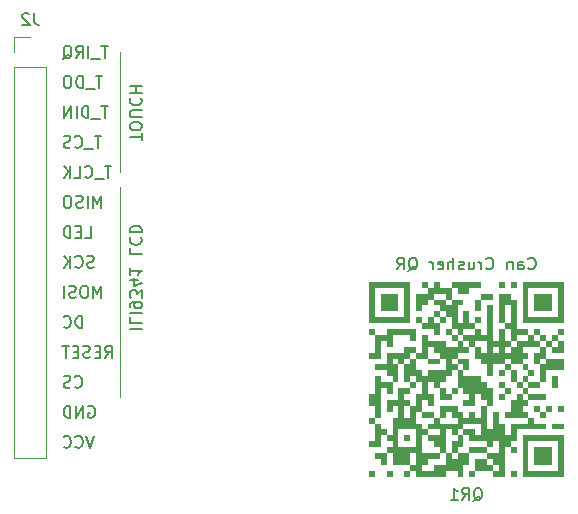
<source format=gbr>
%TF.GenerationSoftware,KiCad,Pcbnew,6.0.9-8da3e8f707~116~ubuntu22.04.1*%
%TF.CreationDate,2022-11-17T13:26:58-05:00*%
%TF.ProjectId,can-crusher-pi-hat,63616e2d-6372-4757-9368-65722d70692d,rev?*%
%TF.SameCoordinates,Original*%
%TF.FileFunction,Legend,Bot*%
%TF.FilePolarity,Positive*%
%FSLAX46Y46*%
G04 Gerber Fmt 4.6, Leading zero omitted, Abs format (unit mm)*
G04 Created by KiCad (PCBNEW 6.0.9-8da3e8f707~116~ubuntu22.04.1) date 2022-11-17 13:26:58*
%MOMM*%
%LPD*%
G01*
G04 APERTURE LIST*
%ADD10C,0.150000*%
%ADD11C,0.120000*%
G04 APERTURE END LIST*
D10*
%TO.C,J2*%
X111737333Y-54350380D02*
X111737333Y-55064666D01*
X111784952Y-55207523D01*
X111880190Y-55302761D01*
X112023047Y-55350380D01*
X112118285Y-55350380D01*
X111308761Y-54445619D02*
X111261142Y-54398000D01*
X111165904Y-54350380D01*
X110927809Y-54350380D01*
X110832571Y-54398000D01*
X110784952Y-54445619D01*
X110737333Y-54540857D01*
X110737333Y-54636095D01*
X110784952Y-54778952D01*
X111356380Y-55350380D01*
X110737333Y-55350380D01*
X117422452Y-70820380D02*
X117422452Y-69820380D01*
X117089119Y-70534666D01*
X116755785Y-69820380D01*
X116755785Y-70820380D01*
X116279595Y-70820380D02*
X116279595Y-69820380D01*
X115851023Y-70772761D02*
X115708166Y-70820380D01*
X115470071Y-70820380D01*
X115374833Y-70772761D01*
X115327214Y-70725142D01*
X115279595Y-70629904D01*
X115279595Y-70534666D01*
X115327214Y-70439428D01*
X115374833Y-70391809D01*
X115470071Y-70344190D01*
X115660547Y-70296571D01*
X115755785Y-70248952D01*
X115803404Y-70201333D01*
X115851023Y-70106095D01*
X115851023Y-70010857D01*
X115803404Y-69915619D01*
X115755785Y-69868000D01*
X115660547Y-69820380D01*
X115422452Y-69820380D01*
X115279595Y-69868000D01*
X114660547Y-69820380D02*
X114470071Y-69820380D01*
X114374833Y-69868000D01*
X114279595Y-69963238D01*
X114231976Y-70153714D01*
X114231976Y-70487047D01*
X114279595Y-70677523D01*
X114374833Y-70772761D01*
X114470071Y-70820380D01*
X114660547Y-70820380D01*
X114755785Y-70772761D01*
X114851023Y-70677523D01*
X114898642Y-70487047D01*
X114898642Y-70153714D01*
X114851023Y-69963238D01*
X114755785Y-69868000D01*
X114660547Y-69820380D01*
X118279595Y-67280380D02*
X117708166Y-67280380D01*
X117993880Y-68280380D02*
X117993880Y-67280380D01*
X117612928Y-68375619D02*
X116851023Y-68375619D01*
X116041500Y-68185142D02*
X116089119Y-68232761D01*
X116231976Y-68280380D01*
X116327214Y-68280380D01*
X116470071Y-68232761D01*
X116565309Y-68137523D01*
X116612928Y-68042285D01*
X116660547Y-67851809D01*
X116660547Y-67708952D01*
X116612928Y-67518476D01*
X116565309Y-67423238D01*
X116470071Y-67328000D01*
X116327214Y-67280380D01*
X116231976Y-67280380D01*
X116089119Y-67328000D01*
X116041500Y-67375619D01*
X115136738Y-68280380D02*
X115612928Y-68280380D01*
X115612928Y-67280380D01*
X114803404Y-68280380D02*
X114803404Y-67280380D01*
X114231976Y-68280380D02*
X114660547Y-67708952D01*
X114231976Y-67280380D02*
X114803404Y-67851809D01*
X117422452Y-64740380D02*
X116851023Y-64740380D01*
X117136738Y-65740380D02*
X117136738Y-64740380D01*
X116755785Y-65835619D02*
X115993880Y-65835619D01*
X115184357Y-65645142D02*
X115231976Y-65692761D01*
X115374833Y-65740380D01*
X115470071Y-65740380D01*
X115612928Y-65692761D01*
X115708166Y-65597523D01*
X115755785Y-65502285D01*
X115803404Y-65311809D01*
X115803404Y-65168952D01*
X115755785Y-64978476D01*
X115708166Y-64883238D01*
X115612928Y-64788000D01*
X115470071Y-64740380D01*
X115374833Y-64740380D01*
X115231976Y-64788000D01*
X115184357Y-64835619D01*
X114803404Y-65692761D02*
X114660547Y-65740380D01*
X114422452Y-65740380D01*
X114327214Y-65692761D01*
X114279595Y-65645142D01*
X114231976Y-65549904D01*
X114231976Y-65454666D01*
X114279595Y-65359428D01*
X114327214Y-65311809D01*
X114422452Y-65264190D01*
X114612928Y-65216571D01*
X114708166Y-65168952D01*
X114755785Y-65121333D01*
X114803404Y-65026095D01*
X114803404Y-64930857D01*
X114755785Y-64835619D01*
X114708166Y-64788000D01*
X114612928Y-64740380D01*
X114374833Y-64740380D01*
X114231976Y-64788000D01*
X115184357Y-85965142D02*
X115231976Y-86012761D01*
X115374833Y-86060380D01*
X115470071Y-86060380D01*
X115612928Y-86012761D01*
X115708166Y-85917523D01*
X115755785Y-85822285D01*
X115803404Y-85631809D01*
X115803404Y-85488952D01*
X115755785Y-85298476D01*
X115708166Y-85203238D01*
X115612928Y-85108000D01*
X115470071Y-85060380D01*
X115374833Y-85060380D01*
X115231976Y-85108000D01*
X115184357Y-85155619D01*
X114803404Y-86012761D02*
X114660547Y-86060380D01*
X114422452Y-86060380D01*
X114327214Y-86012761D01*
X114279595Y-85965142D01*
X114231976Y-85869904D01*
X114231976Y-85774666D01*
X114279595Y-85679428D01*
X114327214Y-85631809D01*
X114422452Y-85584190D01*
X114612928Y-85536571D01*
X114708166Y-85488952D01*
X114755785Y-85441333D01*
X114803404Y-85346095D01*
X114803404Y-85250857D01*
X114755785Y-85155619D01*
X114708166Y-85108000D01*
X114612928Y-85060380D01*
X114374833Y-85060380D01*
X114231976Y-85108000D01*
X115803404Y-80980380D02*
X115803404Y-79980380D01*
X115565309Y-79980380D01*
X115422452Y-80028000D01*
X115327214Y-80123238D01*
X115279595Y-80218476D01*
X115231976Y-80408952D01*
X115231976Y-80551809D01*
X115279595Y-80742285D01*
X115327214Y-80837523D01*
X115422452Y-80932761D01*
X115565309Y-80980380D01*
X115803404Y-80980380D01*
X114231976Y-80885142D02*
X114279595Y-80932761D01*
X114422452Y-80980380D01*
X114517690Y-80980380D01*
X114660547Y-80932761D01*
X114755785Y-80837523D01*
X114803404Y-80742285D01*
X114851023Y-80551809D01*
X114851023Y-80408952D01*
X114803404Y-80218476D01*
X114755785Y-80123238D01*
X114660547Y-80028000D01*
X114517690Y-79980380D01*
X114422452Y-79980380D01*
X114279595Y-80028000D01*
X114231976Y-80075619D01*
X116803404Y-75852761D02*
X116660547Y-75900380D01*
X116422452Y-75900380D01*
X116327214Y-75852761D01*
X116279595Y-75805142D01*
X116231976Y-75709904D01*
X116231976Y-75614666D01*
X116279595Y-75519428D01*
X116327214Y-75471809D01*
X116422452Y-75424190D01*
X116612928Y-75376571D01*
X116708166Y-75328952D01*
X116755785Y-75281333D01*
X116803404Y-75186095D01*
X116803404Y-75090857D01*
X116755785Y-74995619D01*
X116708166Y-74948000D01*
X116612928Y-74900380D01*
X116374833Y-74900380D01*
X116231976Y-74948000D01*
X115231976Y-75805142D02*
X115279595Y-75852761D01*
X115422452Y-75900380D01*
X115517690Y-75900380D01*
X115660547Y-75852761D01*
X115755785Y-75757523D01*
X115803404Y-75662285D01*
X115851023Y-75471809D01*
X115851023Y-75328952D01*
X115803404Y-75138476D01*
X115755785Y-75043238D01*
X115660547Y-74948000D01*
X115517690Y-74900380D01*
X115422452Y-74900380D01*
X115279595Y-74948000D01*
X115231976Y-74995619D01*
X114803404Y-75900380D02*
X114803404Y-74900380D01*
X114231976Y-75900380D02*
X114660547Y-75328952D01*
X114231976Y-74900380D02*
X114803404Y-75471809D01*
X117755785Y-83520380D02*
X118089119Y-83044190D01*
X118327214Y-83520380D02*
X118327214Y-82520380D01*
X117946261Y-82520380D01*
X117851023Y-82568000D01*
X117803404Y-82615619D01*
X117755785Y-82710857D01*
X117755785Y-82853714D01*
X117803404Y-82948952D01*
X117851023Y-82996571D01*
X117946261Y-83044190D01*
X118327214Y-83044190D01*
X117327214Y-82996571D02*
X116993880Y-82996571D01*
X116851023Y-83520380D02*
X117327214Y-83520380D01*
X117327214Y-82520380D01*
X116851023Y-82520380D01*
X116470071Y-83472761D02*
X116327214Y-83520380D01*
X116089119Y-83520380D01*
X115993880Y-83472761D01*
X115946261Y-83425142D01*
X115898642Y-83329904D01*
X115898642Y-83234666D01*
X115946261Y-83139428D01*
X115993880Y-83091809D01*
X116089119Y-83044190D01*
X116279595Y-82996571D01*
X116374833Y-82948952D01*
X116422452Y-82901333D01*
X116470071Y-82806095D01*
X116470071Y-82710857D01*
X116422452Y-82615619D01*
X116374833Y-82568000D01*
X116279595Y-82520380D01*
X116041500Y-82520380D01*
X115898642Y-82568000D01*
X115470071Y-82996571D02*
X115136738Y-82996571D01*
X114993880Y-83520380D02*
X115470071Y-83520380D01*
X115470071Y-82520380D01*
X114993880Y-82520380D01*
X114708166Y-82520380D02*
X114136738Y-82520380D01*
X114422452Y-83520380D02*
X114422452Y-82520380D01*
X116041500Y-73360380D02*
X116517690Y-73360380D01*
X116517690Y-72360380D01*
X115708166Y-72836571D02*
X115374833Y-72836571D01*
X115231976Y-73360380D02*
X115708166Y-73360380D01*
X115708166Y-72360380D01*
X115231976Y-72360380D01*
X114803404Y-73360380D02*
X114803404Y-72360380D01*
X114565309Y-72360380D01*
X114422452Y-72408000D01*
X114327214Y-72503238D01*
X114279595Y-72598476D01*
X114231976Y-72788952D01*
X114231976Y-72931809D01*
X114279595Y-73122285D01*
X114327214Y-73217523D01*
X114422452Y-73312761D01*
X114565309Y-73360380D01*
X114803404Y-73360380D01*
X117422452Y-78440380D02*
X117422452Y-77440380D01*
X117089119Y-78154666D01*
X116755785Y-77440380D01*
X116755785Y-78440380D01*
X116089119Y-77440380D02*
X115898642Y-77440380D01*
X115803404Y-77488000D01*
X115708166Y-77583238D01*
X115660547Y-77773714D01*
X115660547Y-78107047D01*
X115708166Y-78297523D01*
X115803404Y-78392761D01*
X115898642Y-78440380D01*
X116089119Y-78440380D01*
X116184357Y-78392761D01*
X116279595Y-78297523D01*
X116327214Y-78107047D01*
X116327214Y-77773714D01*
X116279595Y-77583238D01*
X116184357Y-77488000D01*
X116089119Y-77440380D01*
X115279595Y-78392761D02*
X115136738Y-78440380D01*
X114898642Y-78440380D01*
X114803404Y-78392761D01*
X114755785Y-78345142D01*
X114708166Y-78249904D01*
X114708166Y-78154666D01*
X114755785Y-78059428D01*
X114803404Y-78011809D01*
X114898642Y-77964190D01*
X115089119Y-77916571D01*
X115184357Y-77868952D01*
X115231976Y-77821333D01*
X115279595Y-77726095D01*
X115279595Y-77630857D01*
X115231976Y-77535619D01*
X115184357Y-77488000D01*
X115089119Y-77440380D01*
X114851023Y-77440380D01*
X114708166Y-77488000D01*
X114279595Y-78440380D02*
X114279595Y-77440380D01*
X117993880Y-57120380D02*
X117422452Y-57120380D01*
X117708166Y-58120380D02*
X117708166Y-57120380D01*
X117327214Y-58215619D02*
X116565309Y-58215619D01*
X116327214Y-58120380D02*
X116327214Y-57120380D01*
X115279595Y-58120380D02*
X115612928Y-57644190D01*
X115851023Y-58120380D02*
X115851023Y-57120380D01*
X115470071Y-57120380D01*
X115374833Y-57168000D01*
X115327214Y-57215619D01*
X115279595Y-57310857D01*
X115279595Y-57453714D01*
X115327214Y-57548952D01*
X115374833Y-57596571D01*
X115470071Y-57644190D01*
X115851023Y-57644190D01*
X114184357Y-58215619D02*
X114279595Y-58168000D01*
X114374833Y-58072761D01*
X114517690Y-57929904D01*
X114612928Y-57882285D01*
X114708166Y-57882285D01*
X114660547Y-58120380D02*
X114755785Y-58072761D01*
X114851023Y-57977523D01*
X114898642Y-57787047D01*
X114898642Y-57453714D01*
X114851023Y-57263238D01*
X114755785Y-57168000D01*
X114660547Y-57120380D01*
X114470071Y-57120380D01*
X114374833Y-57168000D01*
X114279595Y-57263238D01*
X114231976Y-57453714D01*
X114231976Y-57787047D01*
X114279595Y-57977523D01*
X114374833Y-58072761D01*
X114470071Y-58120380D01*
X114660547Y-58120380D01*
X120841619Y-65105142D02*
X120841619Y-64533714D01*
X119841619Y-64819428D02*
X120841619Y-64819428D01*
X120841619Y-64009904D02*
X120841619Y-63819428D01*
X120794000Y-63724190D01*
X120698761Y-63628952D01*
X120508285Y-63581333D01*
X120174952Y-63581333D01*
X119984476Y-63628952D01*
X119889238Y-63724190D01*
X119841619Y-63819428D01*
X119841619Y-64009904D01*
X119889238Y-64105142D01*
X119984476Y-64200380D01*
X120174952Y-64248000D01*
X120508285Y-64248000D01*
X120698761Y-64200380D01*
X120794000Y-64105142D01*
X120841619Y-64009904D01*
X120841619Y-63152761D02*
X120032095Y-63152761D01*
X119936857Y-63105142D01*
X119889238Y-63057523D01*
X119841619Y-62962285D01*
X119841619Y-62771809D01*
X119889238Y-62676571D01*
X119936857Y-62628952D01*
X120032095Y-62581333D01*
X120841619Y-62581333D01*
X119936857Y-61533714D02*
X119889238Y-61581333D01*
X119841619Y-61724190D01*
X119841619Y-61819428D01*
X119889238Y-61962285D01*
X119984476Y-62057523D01*
X120079714Y-62105142D01*
X120270190Y-62152761D01*
X120413047Y-62152761D01*
X120603523Y-62105142D01*
X120698761Y-62057523D01*
X120794000Y-61962285D01*
X120841619Y-61819428D01*
X120841619Y-61724190D01*
X120794000Y-61581333D01*
X120746380Y-61533714D01*
X119841619Y-61105142D02*
X120841619Y-61105142D01*
X120365428Y-61105142D02*
X120365428Y-60533714D01*
X119841619Y-60533714D02*
X120841619Y-60533714D01*
X116327214Y-87648000D02*
X116422452Y-87600380D01*
X116565309Y-87600380D01*
X116708166Y-87648000D01*
X116803404Y-87743238D01*
X116851023Y-87838476D01*
X116898642Y-88028952D01*
X116898642Y-88171809D01*
X116851023Y-88362285D01*
X116803404Y-88457523D01*
X116708166Y-88552761D01*
X116565309Y-88600380D01*
X116470071Y-88600380D01*
X116327214Y-88552761D01*
X116279595Y-88505142D01*
X116279595Y-88171809D01*
X116470071Y-88171809D01*
X115851023Y-88600380D02*
X115851023Y-87600380D01*
X115279595Y-88600380D01*
X115279595Y-87600380D01*
X114803404Y-88600380D02*
X114803404Y-87600380D01*
X114565309Y-87600380D01*
X114422452Y-87648000D01*
X114327214Y-87743238D01*
X114279595Y-87838476D01*
X114231976Y-88028952D01*
X114231976Y-88171809D01*
X114279595Y-88362285D01*
X114327214Y-88457523D01*
X114422452Y-88552761D01*
X114565309Y-88600380D01*
X114803404Y-88600380D01*
X117993880Y-62200380D02*
X117422452Y-62200380D01*
X117708166Y-63200380D02*
X117708166Y-62200380D01*
X117327214Y-63295619D02*
X116565309Y-63295619D01*
X116327214Y-63200380D02*
X116327214Y-62200380D01*
X116089119Y-62200380D01*
X115946261Y-62248000D01*
X115851023Y-62343238D01*
X115803404Y-62438476D01*
X115755785Y-62628952D01*
X115755785Y-62771809D01*
X115803404Y-62962285D01*
X115851023Y-63057523D01*
X115946261Y-63152761D01*
X116089119Y-63200380D01*
X116327214Y-63200380D01*
X115327214Y-63200380D02*
X115327214Y-62200380D01*
X114851023Y-63200380D02*
X114851023Y-62200380D01*
X114279595Y-63200380D01*
X114279595Y-62200380D01*
X119841619Y-81051333D02*
X120841619Y-81051333D01*
X119841619Y-80098952D02*
X119841619Y-80575142D01*
X120841619Y-80575142D01*
X119841619Y-79765619D02*
X120841619Y-79765619D01*
X119841619Y-79241809D02*
X119841619Y-79051333D01*
X119889238Y-78956095D01*
X119936857Y-78908476D01*
X120079714Y-78813238D01*
X120270190Y-78765619D01*
X120651142Y-78765619D01*
X120746380Y-78813238D01*
X120794000Y-78860857D01*
X120841619Y-78956095D01*
X120841619Y-79146571D01*
X120794000Y-79241809D01*
X120746380Y-79289428D01*
X120651142Y-79337047D01*
X120413047Y-79337047D01*
X120317809Y-79289428D01*
X120270190Y-79241809D01*
X120222571Y-79146571D01*
X120222571Y-78956095D01*
X120270190Y-78860857D01*
X120317809Y-78813238D01*
X120413047Y-78765619D01*
X120841619Y-78432285D02*
X120841619Y-77813238D01*
X120460666Y-78146571D01*
X120460666Y-78003714D01*
X120413047Y-77908476D01*
X120365428Y-77860857D01*
X120270190Y-77813238D01*
X120032095Y-77813238D01*
X119936857Y-77860857D01*
X119889238Y-77908476D01*
X119841619Y-78003714D01*
X119841619Y-78289428D01*
X119889238Y-78384666D01*
X119936857Y-78432285D01*
X120508285Y-76956095D02*
X119841619Y-76956095D01*
X120889238Y-77194190D02*
X120174952Y-77432285D01*
X120174952Y-76813238D01*
X119841619Y-75908476D02*
X119841619Y-76479904D01*
X119841619Y-76194190D02*
X120841619Y-76194190D01*
X120698761Y-76289428D01*
X120603523Y-76384666D01*
X120555904Y-76479904D01*
X119841619Y-74241809D02*
X119841619Y-74718000D01*
X120841619Y-74718000D01*
X119936857Y-73337047D02*
X119889238Y-73384666D01*
X119841619Y-73527523D01*
X119841619Y-73622761D01*
X119889238Y-73765619D01*
X119984476Y-73860857D01*
X120079714Y-73908476D01*
X120270190Y-73956095D01*
X120413047Y-73956095D01*
X120603523Y-73908476D01*
X120698761Y-73860857D01*
X120794000Y-73765619D01*
X120841619Y-73622761D01*
X120841619Y-73527523D01*
X120794000Y-73384666D01*
X120746380Y-73337047D01*
X119841619Y-72908476D02*
X120841619Y-72908476D01*
X120841619Y-72670380D01*
X120794000Y-72527523D01*
X120698761Y-72432285D01*
X120603523Y-72384666D01*
X120413047Y-72337047D01*
X120270190Y-72337047D01*
X120079714Y-72384666D01*
X119984476Y-72432285D01*
X119889238Y-72527523D01*
X119841619Y-72670380D01*
X119841619Y-72908476D01*
X117517690Y-59660380D02*
X116946261Y-59660380D01*
X117231976Y-60660380D02*
X117231976Y-59660380D01*
X116851023Y-60755619D02*
X116089119Y-60755619D01*
X115851023Y-60660380D02*
X115851023Y-59660380D01*
X115612928Y-59660380D01*
X115470071Y-59708000D01*
X115374833Y-59803238D01*
X115327214Y-59898476D01*
X115279595Y-60088952D01*
X115279595Y-60231809D01*
X115327214Y-60422285D01*
X115374833Y-60517523D01*
X115470071Y-60612761D01*
X115612928Y-60660380D01*
X115851023Y-60660380D01*
X114660547Y-59660380D02*
X114470071Y-59660380D01*
X114374833Y-59708000D01*
X114279595Y-59803238D01*
X114231976Y-59993714D01*
X114231976Y-60327047D01*
X114279595Y-60517523D01*
X114374833Y-60612761D01*
X114470071Y-60660380D01*
X114660547Y-60660380D01*
X114755785Y-60612761D01*
X114851023Y-60517523D01*
X114898642Y-60327047D01*
X114898642Y-59993714D01*
X114851023Y-59803238D01*
X114755785Y-59708000D01*
X114660547Y-59660380D01*
X116803404Y-90140380D02*
X116470071Y-91140380D01*
X116136738Y-90140380D01*
X115231976Y-91045142D02*
X115279595Y-91092761D01*
X115422452Y-91140380D01*
X115517690Y-91140380D01*
X115660547Y-91092761D01*
X115755785Y-90997523D01*
X115803404Y-90902285D01*
X115851023Y-90711809D01*
X115851023Y-90568952D01*
X115803404Y-90378476D01*
X115755785Y-90283238D01*
X115660547Y-90188000D01*
X115517690Y-90140380D01*
X115422452Y-90140380D01*
X115279595Y-90188000D01*
X115231976Y-90235619D01*
X114231976Y-91045142D02*
X114279595Y-91092761D01*
X114422452Y-91140380D01*
X114517690Y-91140380D01*
X114660547Y-91092761D01*
X114755785Y-90997523D01*
X114803404Y-90902285D01*
X114851023Y-90711809D01*
X114851023Y-90568952D01*
X114803404Y-90378476D01*
X114755785Y-90283238D01*
X114660547Y-90188000D01*
X114517690Y-90140380D01*
X114422452Y-90140380D01*
X114279595Y-90188000D01*
X114231976Y-90235619D01*
%TO.C,QR1*%
X148931238Y-95641619D02*
X149026476Y-95594000D01*
X149121714Y-95498761D01*
X149264571Y-95355904D01*
X149359809Y-95308285D01*
X149455047Y-95308285D01*
X149407428Y-95546380D02*
X149502666Y-95498761D01*
X149597904Y-95403523D01*
X149645523Y-95213047D01*
X149645523Y-94879714D01*
X149597904Y-94689238D01*
X149502666Y-94594000D01*
X149407428Y-94546380D01*
X149216952Y-94546380D01*
X149121714Y-94594000D01*
X149026476Y-94689238D01*
X148978857Y-94879714D01*
X148978857Y-95213047D01*
X149026476Y-95403523D01*
X149121714Y-95498761D01*
X149216952Y-95546380D01*
X149407428Y-95546380D01*
X147978857Y-95546380D02*
X148312190Y-95070190D01*
X148550285Y-95546380D02*
X148550285Y-94546380D01*
X148169333Y-94546380D01*
X148074095Y-94594000D01*
X148026476Y-94641619D01*
X147978857Y-94736857D01*
X147978857Y-94879714D01*
X148026476Y-94974952D01*
X148074095Y-95022571D01*
X148169333Y-95070190D01*
X148550285Y-95070190D01*
X147026476Y-95546380D02*
X147597904Y-95546380D01*
X147312190Y-95546380D02*
X147312190Y-94546380D01*
X147407428Y-94689238D01*
X147502666Y-94784476D01*
X147597904Y-94832095D01*
X153574095Y-75951142D02*
X153621714Y-75998761D01*
X153764571Y-76046380D01*
X153859809Y-76046380D01*
X154002666Y-75998761D01*
X154097904Y-75903523D01*
X154145523Y-75808285D01*
X154193142Y-75617809D01*
X154193142Y-75474952D01*
X154145523Y-75284476D01*
X154097904Y-75189238D01*
X154002666Y-75094000D01*
X153859809Y-75046380D01*
X153764571Y-75046380D01*
X153621714Y-75094000D01*
X153574095Y-75141619D01*
X152716952Y-76046380D02*
X152716952Y-75522571D01*
X152764571Y-75427333D01*
X152859809Y-75379714D01*
X153050285Y-75379714D01*
X153145523Y-75427333D01*
X152716952Y-75998761D02*
X152812190Y-76046380D01*
X153050285Y-76046380D01*
X153145523Y-75998761D01*
X153193142Y-75903523D01*
X153193142Y-75808285D01*
X153145523Y-75713047D01*
X153050285Y-75665428D01*
X152812190Y-75665428D01*
X152716952Y-75617809D01*
X152240761Y-75379714D02*
X152240761Y-76046380D01*
X152240761Y-75474952D02*
X152193142Y-75427333D01*
X152097904Y-75379714D01*
X151955047Y-75379714D01*
X151859809Y-75427333D01*
X151812190Y-75522571D01*
X151812190Y-76046380D01*
X150002666Y-75951142D02*
X150050285Y-75998761D01*
X150193142Y-76046380D01*
X150288380Y-76046380D01*
X150431238Y-75998761D01*
X150526476Y-75903523D01*
X150574095Y-75808285D01*
X150621714Y-75617809D01*
X150621714Y-75474952D01*
X150574095Y-75284476D01*
X150526476Y-75189238D01*
X150431238Y-75094000D01*
X150288380Y-75046380D01*
X150193142Y-75046380D01*
X150050285Y-75094000D01*
X150002666Y-75141619D01*
X149574095Y-76046380D02*
X149574095Y-75379714D01*
X149574095Y-75570190D02*
X149526476Y-75474952D01*
X149478857Y-75427333D01*
X149383619Y-75379714D01*
X149288380Y-75379714D01*
X148526476Y-75379714D02*
X148526476Y-76046380D01*
X148955047Y-75379714D02*
X148955047Y-75903523D01*
X148907428Y-75998761D01*
X148812190Y-76046380D01*
X148669333Y-76046380D01*
X148574095Y-75998761D01*
X148526476Y-75951142D01*
X148097904Y-75998761D02*
X148002666Y-76046380D01*
X147812190Y-76046380D01*
X147716952Y-75998761D01*
X147669333Y-75903523D01*
X147669333Y-75855904D01*
X147716952Y-75760666D01*
X147812190Y-75713047D01*
X147955047Y-75713047D01*
X148050285Y-75665428D01*
X148097904Y-75570190D01*
X148097904Y-75522571D01*
X148050285Y-75427333D01*
X147955047Y-75379714D01*
X147812190Y-75379714D01*
X147716952Y-75427333D01*
X147240761Y-76046380D02*
X147240761Y-75046380D01*
X146812190Y-76046380D02*
X146812190Y-75522571D01*
X146859809Y-75427333D01*
X146955047Y-75379714D01*
X147097904Y-75379714D01*
X147193142Y-75427333D01*
X147240761Y-75474952D01*
X145955047Y-75998761D02*
X146050285Y-76046380D01*
X146240761Y-76046380D01*
X146336000Y-75998761D01*
X146383619Y-75903523D01*
X146383619Y-75522571D01*
X146336000Y-75427333D01*
X146240761Y-75379714D01*
X146050285Y-75379714D01*
X145955047Y-75427333D01*
X145907428Y-75522571D01*
X145907428Y-75617809D01*
X146383619Y-75713047D01*
X145478857Y-76046380D02*
X145478857Y-75379714D01*
X145478857Y-75570190D02*
X145431238Y-75474952D01*
X145383619Y-75427333D01*
X145288380Y-75379714D01*
X145193142Y-75379714D01*
X143431238Y-76141619D02*
X143526476Y-76094000D01*
X143621714Y-75998761D01*
X143764571Y-75855904D01*
X143859809Y-75808285D01*
X143955047Y-75808285D01*
X143907428Y-76046380D02*
X144002666Y-75998761D01*
X144097904Y-75903523D01*
X144145523Y-75713047D01*
X144145523Y-75379714D01*
X144097904Y-75189238D01*
X144002666Y-75094000D01*
X143907428Y-75046380D01*
X143716952Y-75046380D01*
X143621714Y-75094000D01*
X143526476Y-75189238D01*
X143478857Y-75379714D01*
X143478857Y-75713047D01*
X143526476Y-75903523D01*
X143621714Y-75998761D01*
X143716952Y-76046380D01*
X143907428Y-76046380D01*
X142478857Y-76046380D02*
X142812190Y-75570190D01*
X143050285Y-76046380D02*
X143050285Y-75046380D01*
X142669333Y-75046380D01*
X142574095Y-75094000D01*
X142526476Y-75141619D01*
X142478857Y-75236857D01*
X142478857Y-75379714D01*
X142526476Y-75474952D01*
X142574095Y-75522571D01*
X142669333Y-75570190D01*
X143050285Y-75570190D01*
D11*
%TO.C,J2*%
X112734000Y-58938000D02*
X110074000Y-58938000D01*
X110074000Y-56338000D02*
X110074000Y-57668000D01*
X112734000Y-92018000D02*
X110074000Y-92018000D01*
X111404000Y-56338000D02*
X110074000Y-56338000D01*
X110074000Y-58938000D02*
X110074000Y-92018000D01*
X119024000Y-69098000D02*
X119024000Y-86878000D01*
X119024000Y-57668000D02*
X119024000Y-67828000D01*
X112734000Y-58938000D02*
X112734000Y-92018000D01*
%TO.C,QR1*%
G36*
X148586000Y-77094000D02*
G01*
X148086000Y-77094000D01*
X148086000Y-77594000D01*
X148586000Y-77594000D01*
X148586000Y-77094000D01*
G37*
G36*
X148586000Y-82594000D02*
G01*
X148086000Y-82594000D01*
X148086000Y-83094000D01*
X148586000Y-83094000D01*
X148586000Y-82594000D01*
G37*
G36*
X149086000Y-93094000D02*
G01*
X148586000Y-93094000D01*
X148586000Y-93594000D01*
X149086000Y-93594000D01*
X149086000Y-93094000D01*
G37*
G36*
X146086000Y-82594000D02*
G01*
X145586000Y-82594000D01*
X145586000Y-83094000D01*
X146086000Y-83094000D01*
X146086000Y-82594000D01*
G37*
G36*
X155586000Y-83594000D02*
G01*
X155086000Y-83594000D01*
X155086000Y-84094000D01*
X155586000Y-84094000D01*
X155586000Y-83594000D01*
G37*
G36*
X153586000Y-87094000D02*
G01*
X153086000Y-87094000D01*
X153086000Y-87594000D01*
X153586000Y-87594000D01*
X153586000Y-87094000D01*
G37*
G36*
X143586000Y-91594000D02*
G01*
X143086000Y-91594000D01*
X143086000Y-92094000D01*
X143586000Y-92094000D01*
X143586000Y-91594000D01*
G37*
G36*
X152586000Y-91094000D02*
G01*
X152086000Y-91094000D01*
X152086000Y-91594000D01*
X152586000Y-91594000D01*
X152586000Y-91094000D01*
G37*
G36*
X140586000Y-77594000D02*
G01*
X140086000Y-77594000D01*
X140086000Y-78094000D01*
X140586000Y-78094000D01*
X140586000Y-77594000D01*
G37*
G36*
X146086000Y-81094000D02*
G01*
X145586000Y-81094000D01*
X145586000Y-81594000D01*
X146086000Y-81594000D01*
X146086000Y-81094000D01*
G37*
G36*
X146586000Y-90594000D02*
G01*
X146086000Y-90594000D01*
X146086000Y-91094000D01*
X146586000Y-91094000D01*
X146586000Y-90594000D01*
G37*
G36*
X141086000Y-81594000D02*
G01*
X140586000Y-81594000D01*
X140586000Y-82094000D01*
X141086000Y-82094000D01*
X141086000Y-81594000D01*
G37*
G36*
X146586000Y-80094000D02*
G01*
X146086000Y-80094000D01*
X146086000Y-80594000D01*
X146586000Y-80594000D01*
X146586000Y-80094000D01*
G37*
G36*
X143586000Y-78094000D02*
G01*
X143086000Y-78094000D01*
X143086000Y-78594000D01*
X143586000Y-78594000D01*
X143586000Y-78094000D01*
G37*
G36*
X149086000Y-82094000D02*
G01*
X148586000Y-82094000D01*
X148586000Y-82594000D01*
X149086000Y-82594000D01*
X149086000Y-82094000D01*
G37*
G36*
X141086000Y-82094000D02*
G01*
X140586000Y-82094000D01*
X140586000Y-82594000D01*
X141086000Y-82594000D01*
X141086000Y-82094000D01*
G37*
G36*
X147086000Y-89094000D02*
G01*
X146586000Y-89094000D01*
X146586000Y-89594000D01*
X147086000Y-89594000D01*
X147086000Y-89094000D01*
G37*
G36*
X153586000Y-77094000D02*
G01*
X153086000Y-77094000D01*
X153086000Y-77594000D01*
X153586000Y-77594000D01*
X153586000Y-77094000D01*
G37*
G36*
X147586000Y-90594000D02*
G01*
X147086000Y-90594000D01*
X147086000Y-91094000D01*
X147586000Y-91094000D01*
X147586000Y-90594000D01*
G37*
G36*
X148586000Y-80094000D02*
G01*
X148086000Y-80094000D01*
X148086000Y-80594000D01*
X148586000Y-80594000D01*
X148586000Y-80094000D01*
G37*
G36*
X149086000Y-89594000D02*
G01*
X148586000Y-89594000D01*
X148586000Y-90094000D01*
X149086000Y-90094000D01*
X149086000Y-89594000D01*
G37*
G36*
X147586000Y-79594000D02*
G01*
X147086000Y-79594000D01*
X147086000Y-80094000D01*
X147586000Y-80094000D01*
X147586000Y-79594000D01*
G37*
G36*
X151586000Y-79594000D02*
G01*
X151086000Y-79594000D01*
X151086000Y-80094000D01*
X151586000Y-80094000D01*
X151586000Y-79594000D01*
G37*
G36*
X143086000Y-83094000D02*
G01*
X142586000Y-83094000D01*
X142586000Y-83594000D01*
X143086000Y-83594000D01*
X143086000Y-83094000D01*
G37*
G36*
X156586000Y-91094000D02*
G01*
X156086000Y-91094000D01*
X156086000Y-91594000D01*
X156586000Y-91594000D01*
X156586000Y-91094000D01*
G37*
G36*
X142086000Y-79094000D02*
G01*
X141586000Y-79094000D01*
X141586000Y-79594000D01*
X142086000Y-79594000D01*
X142086000Y-79094000D01*
G37*
G36*
X144586000Y-78094000D02*
G01*
X144086000Y-78094000D01*
X144086000Y-78594000D01*
X144586000Y-78594000D01*
X144586000Y-78094000D01*
G37*
G36*
X154586000Y-87594000D02*
G01*
X154086000Y-87594000D01*
X154086000Y-88094000D01*
X154586000Y-88094000D01*
X154586000Y-87594000D01*
G37*
G36*
X152086000Y-82094000D02*
G01*
X151586000Y-82094000D01*
X151586000Y-82594000D01*
X152086000Y-82594000D01*
X152086000Y-82094000D01*
G37*
G36*
X141086000Y-82594000D02*
G01*
X140586000Y-82594000D01*
X140586000Y-83094000D01*
X141086000Y-83094000D01*
X141086000Y-82594000D01*
G37*
G36*
X144086000Y-87594000D02*
G01*
X143586000Y-87594000D01*
X143586000Y-88094000D01*
X144086000Y-88094000D01*
X144086000Y-87594000D01*
G37*
G36*
X150586000Y-79094000D02*
G01*
X150086000Y-79094000D01*
X150086000Y-79594000D01*
X150586000Y-79594000D01*
X150586000Y-79094000D01*
G37*
G36*
X153586000Y-85094000D02*
G01*
X153086000Y-85094000D01*
X153086000Y-85594000D01*
X153586000Y-85594000D01*
X153586000Y-85094000D01*
G37*
G36*
X148086000Y-82594000D02*
G01*
X147586000Y-82594000D01*
X147586000Y-83094000D01*
X148086000Y-83094000D01*
X148086000Y-82594000D01*
G37*
G36*
X155586000Y-91594000D02*
G01*
X155086000Y-91594000D01*
X155086000Y-92094000D01*
X155586000Y-92094000D01*
X155586000Y-91594000D01*
G37*
G36*
X151086000Y-88094000D02*
G01*
X150586000Y-88094000D01*
X150586000Y-88594000D01*
X151086000Y-88594000D01*
X151086000Y-88094000D01*
G37*
G36*
X153586000Y-86094000D02*
G01*
X153086000Y-86094000D01*
X153086000Y-86594000D01*
X153586000Y-86594000D01*
X153586000Y-86094000D01*
G37*
G36*
X149086000Y-88094000D02*
G01*
X148586000Y-88094000D01*
X148586000Y-88594000D01*
X149086000Y-88594000D01*
X149086000Y-88094000D01*
G37*
G36*
X143586000Y-77594000D02*
G01*
X143086000Y-77594000D01*
X143086000Y-78094000D01*
X143586000Y-78094000D01*
X143586000Y-77594000D01*
G37*
G36*
X144086000Y-89094000D02*
G01*
X143586000Y-89094000D01*
X143586000Y-89594000D01*
X144086000Y-89594000D01*
X144086000Y-89094000D01*
G37*
G36*
X141086000Y-80094000D02*
G01*
X140586000Y-80094000D01*
X140586000Y-80594000D01*
X141086000Y-80594000D01*
X141086000Y-80094000D01*
G37*
G36*
X141086000Y-87594000D02*
G01*
X140586000Y-87594000D01*
X140586000Y-88094000D01*
X141086000Y-88094000D01*
X141086000Y-87594000D01*
G37*
G36*
X147086000Y-84094000D02*
G01*
X146586000Y-84094000D01*
X146586000Y-84594000D01*
X147086000Y-84594000D01*
X147086000Y-84094000D01*
G37*
G36*
X146086000Y-79594000D02*
G01*
X145586000Y-79594000D01*
X145586000Y-80094000D01*
X146086000Y-80094000D01*
X146086000Y-79594000D01*
G37*
G36*
X153586000Y-77594000D02*
G01*
X153086000Y-77594000D01*
X153086000Y-78094000D01*
X153586000Y-78094000D01*
X153586000Y-77594000D01*
G37*
G36*
X151586000Y-79094000D02*
G01*
X151086000Y-79094000D01*
X151086000Y-79594000D01*
X151586000Y-79594000D01*
X151586000Y-79094000D01*
G37*
G36*
X145086000Y-89594000D02*
G01*
X144586000Y-89594000D01*
X144586000Y-90094000D01*
X145086000Y-90094000D01*
X145086000Y-89594000D01*
G37*
G36*
X154086000Y-93094000D02*
G01*
X153586000Y-93094000D01*
X153586000Y-93594000D01*
X154086000Y-93594000D01*
X154086000Y-93094000D01*
G37*
G36*
X151586000Y-84594000D02*
G01*
X151086000Y-84594000D01*
X151086000Y-85094000D01*
X151586000Y-85094000D01*
X151586000Y-84594000D01*
G37*
G36*
X154586000Y-78094000D02*
G01*
X154086000Y-78094000D01*
X154086000Y-78594000D01*
X154586000Y-78594000D01*
X154586000Y-78094000D01*
G37*
G36*
X154086000Y-89094000D02*
G01*
X153586000Y-89094000D01*
X153586000Y-89594000D01*
X154086000Y-89594000D01*
X154086000Y-89094000D01*
G37*
G36*
X152086000Y-90594000D02*
G01*
X151586000Y-90594000D01*
X151586000Y-91094000D01*
X152086000Y-91094000D01*
X152086000Y-90594000D01*
G37*
G36*
X146086000Y-77094000D02*
G01*
X145586000Y-77094000D01*
X145586000Y-77594000D01*
X146086000Y-77594000D01*
X146086000Y-77094000D01*
G37*
G36*
X148086000Y-84594000D02*
G01*
X147586000Y-84594000D01*
X147586000Y-85094000D01*
X148086000Y-85094000D01*
X148086000Y-84594000D01*
G37*
G36*
X148086000Y-89094000D02*
G01*
X147586000Y-89094000D01*
X147586000Y-89594000D01*
X148086000Y-89594000D01*
X148086000Y-89094000D01*
G37*
G36*
X141586000Y-81594000D02*
G01*
X141086000Y-81594000D01*
X141086000Y-82094000D01*
X141586000Y-82094000D01*
X141586000Y-81594000D01*
G37*
G36*
X155086000Y-90094000D02*
G01*
X154586000Y-90094000D01*
X154586000Y-90594000D01*
X155086000Y-90594000D01*
X155086000Y-90094000D01*
G37*
G36*
X144086000Y-92594000D02*
G01*
X143586000Y-92594000D01*
X143586000Y-93094000D01*
X144086000Y-93094000D01*
X144086000Y-92594000D01*
G37*
G36*
X153586000Y-81094000D02*
G01*
X153086000Y-81094000D01*
X153086000Y-81594000D01*
X153586000Y-81594000D01*
X153586000Y-81094000D01*
G37*
G36*
X153086000Y-82594000D02*
G01*
X152586000Y-82594000D01*
X152586000Y-83094000D01*
X153086000Y-83094000D01*
X153086000Y-82594000D01*
G37*
G36*
X144586000Y-86594000D02*
G01*
X144086000Y-86594000D01*
X144086000Y-87094000D01*
X144586000Y-87094000D01*
X144586000Y-86594000D01*
G37*
G36*
X151586000Y-90094000D02*
G01*
X151086000Y-90094000D01*
X151086000Y-90594000D01*
X151586000Y-90594000D01*
X151586000Y-90094000D01*
G37*
G36*
X152586000Y-81594000D02*
G01*
X152086000Y-81594000D01*
X152086000Y-82094000D01*
X152586000Y-82094000D01*
X152586000Y-81594000D01*
G37*
G36*
X153586000Y-90094000D02*
G01*
X153086000Y-90094000D01*
X153086000Y-90594000D01*
X153586000Y-90594000D01*
X153586000Y-90094000D01*
G37*
G36*
X156586000Y-89094000D02*
G01*
X156086000Y-89094000D01*
X156086000Y-89594000D01*
X156586000Y-89594000D01*
X156586000Y-89094000D01*
G37*
G36*
X144586000Y-92594000D02*
G01*
X144086000Y-92594000D01*
X144086000Y-93094000D01*
X144586000Y-93094000D01*
X144586000Y-92594000D01*
G37*
G36*
X143586000Y-91094000D02*
G01*
X143086000Y-91094000D01*
X143086000Y-91594000D01*
X143586000Y-91594000D01*
X143586000Y-91094000D01*
G37*
G36*
X147586000Y-87594000D02*
G01*
X147086000Y-87594000D01*
X147086000Y-88094000D01*
X147586000Y-88094000D01*
X147586000Y-87594000D01*
G37*
G36*
X151086000Y-91594000D02*
G01*
X150586000Y-91594000D01*
X150586000Y-92094000D01*
X151086000Y-92094000D01*
X151086000Y-91594000D01*
G37*
G36*
X149586000Y-86094000D02*
G01*
X149086000Y-86094000D01*
X149086000Y-86594000D01*
X149586000Y-86594000D01*
X149586000Y-86094000D01*
G37*
G36*
X154586000Y-93094000D02*
G01*
X154086000Y-93094000D01*
X154086000Y-93594000D01*
X154586000Y-93594000D01*
X154586000Y-93094000D01*
G37*
G36*
X147586000Y-89094000D02*
G01*
X147086000Y-89094000D01*
X147086000Y-89594000D01*
X147586000Y-89594000D01*
X147586000Y-89094000D01*
G37*
G36*
X155586000Y-92094000D02*
G01*
X155086000Y-92094000D01*
X155086000Y-92594000D01*
X155586000Y-92594000D01*
X155586000Y-92094000D01*
G37*
G36*
X155086000Y-81594000D02*
G01*
X154586000Y-81594000D01*
X154586000Y-82094000D01*
X155086000Y-82094000D01*
X155086000Y-81594000D01*
G37*
G36*
X144086000Y-84094000D02*
G01*
X143586000Y-84094000D01*
X143586000Y-84594000D01*
X144086000Y-84594000D01*
X144086000Y-84094000D01*
G37*
G36*
X150086000Y-90094000D02*
G01*
X149586000Y-90094000D01*
X149586000Y-90594000D01*
X150086000Y-90594000D01*
X150086000Y-90094000D01*
G37*
G36*
X146586000Y-77594000D02*
G01*
X146086000Y-77594000D01*
X146086000Y-78094000D01*
X146586000Y-78094000D01*
X146586000Y-77594000D01*
G37*
G36*
X152586000Y-87594000D02*
G01*
X152086000Y-87594000D01*
X152086000Y-88094000D01*
X152586000Y-88094000D01*
X152586000Y-87594000D01*
G37*
G36*
X147086000Y-83594000D02*
G01*
X146586000Y-83594000D01*
X146586000Y-84094000D01*
X147086000Y-84094000D01*
X147086000Y-83594000D01*
G37*
G36*
X147086000Y-87594000D02*
G01*
X146586000Y-87594000D01*
X146586000Y-88094000D01*
X147086000Y-88094000D01*
X147086000Y-87594000D01*
G37*
G36*
X152586000Y-81094000D02*
G01*
X152086000Y-81094000D01*
X152086000Y-81594000D01*
X152586000Y-81594000D01*
X152586000Y-81094000D01*
G37*
G36*
X148086000Y-81094000D02*
G01*
X147586000Y-81094000D01*
X147586000Y-81594000D01*
X148086000Y-81594000D01*
X148086000Y-81094000D01*
G37*
G36*
X155586000Y-78094000D02*
G01*
X155086000Y-78094000D01*
X155086000Y-78594000D01*
X155586000Y-78594000D01*
X155586000Y-78094000D01*
G37*
G36*
X151086000Y-82094000D02*
G01*
X150586000Y-82094000D01*
X150586000Y-82594000D01*
X151086000Y-82594000D01*
X151086000Y-82094000D01*
G37*
G36*
X156586000Y-80094000D02*
G01*
X156086000Y-80094000D01*
X156086000Y-80594000D01*
X156586000Y-80594000D01*
X156586000Y-80094000D01*
G37*
G36*
X148586000Y-77594000D02*
G01*
X148086000Y-77594000D01*
X148086000Y-78094000D01*
X148586000Y-78094000D01*
X148586000Y-77594000D01*
G37*
G36*
X156086000Y-90094000D02*
G01*
X155586000Y-90094000D01*
X155586000Y-90594000D01*
X156086000Y-90594000D01*
X156086000Y-90094000D01*
G37*
G36*
X148586000Y-80594000D02*
G01*
X148086000Y-80594000D01*
X148086000Y-81094000D01*
X148586000Y-81094000D01*
X148586000Y-80594000D01*
G37*
G36*
X142586000Y-84594000D02*
G01*
X142086000Y-84594000D01*
X142086000Y-85094000D01*
X142586000Y-85094000D01*
X142586000Y-84594000D01*
G37*
G36*
X153086000Y-83594000D02*
G01*
X152586000Y-83594000D01*
X152586000Y-84094000D01*
X153086000Y-84094000D01*
X153086000Y-83594000D01*
G37*
G36*
X148586000Y-84094000D02*
G01*
X148086000Y-84094000D01*
X148086000Y-84594000D01*
X148586000Y-84594000D01*
X148586000Y-84094000D01*
G37*
G36*
X142586000Y-83094000D02*
G01*
X142086000Y-83094000D01*
X142086000Y-83594000D01*
X142586000Y-83594000D01*
X142586000Y-83094000D01*
G37*
G36*
X155086000Y-91594000D02*
G01*
X154586000Y-91594000D01*
X154586000Y-92094000D01*
X155086000Y-92094000D01*
X155086000Y-91594000D01*
G37*
G36*
X152586000Y-80594000D02*
G01*
X152086000Y-80594000D01*
X152086000Y-81094000D01*
X152586000Y-81094000D01*
X152586000Y-80594000D01*
G37*
G36*
X151586000Y-89094000D02*
G01*
X151086000Y-89094000D01*
X151086000Y-89594000D01*
X151586000Y-89594000D01*
X151586000Y-89094000D01*
G37*
G36*
X150586000Y-84594000D02*
G01*
X150086000Y-84594000D01*
X150086000Y-85094000D01*
X150586000Y-85094000D01*
X150586000Y-84594000D01*
G37*
G36*
X144086000Y-88094000D02*
G01*
X143586000Y-88094000D01*
X143586000Y-88594000D01*
X144086000Y-88594000D01*
X144086000Y-88094000D01*
G37*
G36*
X142586000Y-78094000D02*
G01*
X142086000Y-78094000D01*
X142086000Y-78594000D01*
X142586000Y-78594000D01*
X142586000Y-78094000D01*
G37*
G36*
X149586000Y-91094000D02*
G01*
X149086000Y-91094000D01*
X149086000Y-91594000D01*
X149586000Y-91594000D01*
X149586000Y-91094000D01*
G37*
G36*
X153586000Y-80094000D02*
G01*
X153086000Y-80094000D01*
X153086000Y-80594000D01*
X153586000Y-80594000D01*
X153586000Y-80094000D01*
G37*
G36*
X153586000Y-83094000D02*
G01*
X153086000Y-83094000D01*
X153086000Y-83594000D01*
X153586000Y-83594000D01*
X153586000Y-83094000D01*
G37*
G36*
X150086000Y-83594000D02*
G01*
X149586000Y-83594000D01*
X149586000Y-84094000D01*
X150086000Y-84094000D01*
X150086000Y-83594000D01*
G37*
G36*
X152586000Y-89094000D02*
G01*
X152086000Y-89094000D01*
X152086000Y-89594000D01*
X152586000Y-89594000D01*
X152586000Y-89094000D01*
G37*
G36*
X153586000Y-92094000D02*
G01*
X153086000Y-92094000D01*
X153086000Y-92594000D01*
X153586000Y-92594000D01*
X153586000Y-92094000D01*
G37*
G36*
X140586000Y-78594000D02*
G01*
X140086000Y-78594000D01*
X140086000Y-79094000D01*
X140586000Y-79094000D01*
X140586000Y-78594000D01*
G37*
G36*
X153086000Y-89094000D02*
G01*
X152586000Y-89094000D01*
X152586000Y-89594000D01*
X153086000Y-89594000D01*
X153086000Y-89094000D01*
G37*
G36*
X153586000Y-84094000D02*
G01*
X153086000Y-84094000D01*
X153086000Y-84594000D01*
X153586000Y-84594000D01*
X153586000Y-84094000D01*
G37*
G36*
X152586000Y-89594000D02*
G01*
X152086000Y-89594000D01*
X152086000Y-90094000D01*
X152586000Y-90094000D01*
X152586000Y-89594000D01*
G37*
G36*
X150086000Y-86094000D02*
G01*
X149586000Y-86094000D01*
X149586000Y-86594000D01*
X150086000Y-86594000D01*
X150086000Y-86094000D01*
G37*
G36*
X156586000Y-92594000D02*
G01*
X156086000Y-92594000D01*
X156086000Y-93094000D01*
X156586000Y-93094000D01*
X156586000Y-92594000D01*
G37*
G36*
X152586000Y-80094000D02*
G01*
X152086000Y-80094000D01*
X152086000Y-80594000D01*
X152586000Y-80594000D01*
X152586000Y-80094000D01*
G37*
G36*
X155586000Y-80094000D02*
G01*
X155086000Y-80094000D01*
X155086000Y-80594000D01*
X155586000Y-80594000D01*
X155586000Y-80094000D01*
G37*
G36*
X141086000Y-85594000D02*
G01*
X140586000Y-85594000D01*
X140586000Y-86094000D01*
X141086000Y-86094000D01*
X141086000Y-85594000D01*
G37*
G36*
X152586000Y-84594000D02*
G01*
X152086000Y-84594000D01*
X152086000Y-85094000D01*
X152586000Y-85094000D01*
X152586000Y-84594000D01*
G37*
G36*
X149586000Y-83094000D02*
G01*
X149086000Y-83094000D01*
X149086000Y-83594000D01*
X149586000Y-83594000D01*
X149586000Y-83094000D01*
G37*
G36*
X142586000Y-90094000D02*
G01*
X142086000Y-90094000D01*
X142086000Y-90594000D01*
X142586000Y-90594000D01*
X142586000Y-90094000D01*
G37*
G36*
X151586000Y-82594000D02*
G01*
X151086000Y-82594000D01*
X151086000Y-83094000D01*
X151586000Y-83094000D01*
X151586000Y-82594000D01*
G37*
G36*
X147586000Y-89594000D02*
G01*
X147086000Y-89594000D01*
X147086000Y-90094000D01*
X147586000Y-90094000D01*
X147586000Y-89594000D01*
G37*
G36*
X151586000Y-91094000D02*
G01*
X151086000Y-91094000D01*
X151086000Y-91594000D01*
X151586000Y-91594000D01*
X151586000Y-91094000D01*
G37*
G36*
X156586000Y-77094000D02*
G01*
X156086000Y-77094000D01*
X156086000Y-77594000D01*
X156586000Y-77594000D01*
X156586000Y-77094000D01*
G37*
G36*
X156086000Y-93094000D02*
G01*
X155586000Y-93094000D01*
X155586000Y-93594000D01*
X156086000Y-93594000D01*
X156086000Y-93094000D01*
G37*
G36*
X144586000Y-87094000D02*
G01*
X144086000Y-87094000D01*
X144086000Y-87594000D01*
X144586000Y-87594000D01*
X144586000Y-87094000D01*
G37*
G36*
X147086000Y-92094000D02*
G01*
X146586000Y-92094000D01*
X146586000Y-92594000D01*
X147086000Y-92594000D01*
X147086000Y-92094000D01*
G37*
G36*
X152586000Y-77094000D02*
G01*
X152086000Y-77094000D01*
X152086000Y-77594000D01*
X152586000Y-77594000D01*
X152586000Y-77094000D01*
G37*
G36*
X150086000Y-91094000D02*
G01*
X149586000Y-91094000D01*
X149586000Y-91594000D01*
X150086000Y-91594000D01*
X150086000Y-91094000D01*
G37*
G36*
X149086000Y-88594000D02*
G01*
X148586000Y-88594000D01*
X148586000Y-89094000D01*
X149086000Y-89094000D01*
X149086000Y-88594000D01*
G37*
G36*
X149586000Y-90094000D02*
G01*
X149086000Y-90094000D01*
X149086000Y-90594000D01*
X149586000Y-90594000D01*
X149586000Y-90094000D01*
G37*
G36*
X153086000Y-88094000D02*
G01*
X152586000Y-88094000D01*
X152586000Y-88594000D01*
X153086000Y-88594000D01*
X153086000Y-88094000D01*
G37*
G36*
X150586000Y-86594000D02*
G01*
X150086000Y-86594000D01*
X150086000Y-87094000D01*
X150586000Y-87094000D01*
X150586000Y-86594000D01*
G37*
G36*
X147086000Y-83094000D02*
G01*
X146586000Y-83094000D01*
X146586000Y-83594000D01*
X147086000Y-83594000D01*
X147086000Y-83094000D01*
G37*
G36*
X143086000Y-87094000D02*
G01*
X142586000Y-87094000D01*
X142586000Y-87594000D01*
X143086000Y-87594000D01*
X143086000Y-87094000D01*
G37*
G36*
X147586000Y-84094000D02*
G01*
X147086000Y-84094000D01*
X147086000Y-84594000D01*
X147586000Y-84594000D01*
X147586000Y-84094000D01*
G37*
G36*
X148586000Y-87094000D02*
G01*
X148086000Y-87094000D01*
X148086000Y-87594000D01*
X148586000Y-87594000D01*
X148586000Y-87094000D01*
G37*
G36*
X150086000Y-88094000D02*
G01*
X149586000Y-88094000D01*
X149586000Y-88594000D01*
X150086000Y-88594000D01*
X150086000Y-88094000D01*
G37*
G36*
X144586000Y-91594000D02*
G01*
X144086000Y-91594000D01*
X144086000Y-92094000D01*
X144586000Y-92094000D01*
X144586000Y-91594000D01*
G37*
G36*
X147086000Y-81094000D02*
G01*
X146586000Y-81094000D01*
X146586000Y-81594000D01*
X147086000Y-81594000D01*
X147086000Y-81094000D01*
G37*
G36*
X154586000Y-83094000D02*
G01*
X154086000Y-83094000D01*
X154086000Y-83594000D01*
X154586000Y-83594000D01*
X154586000Y-83094000D01*
G37*
G36*
X150586000Y-82094000D02*
G01*
X150086000Y-82094000D01*
X150086000Y-82594000D01*
X150586000Y-82594000D01*
X150586000Y-82094000D01*
G37*
G36*
X141086000Y-86594000D02*
G01*
X140586000Y-86594000D01*
X140586000Y-87094000D01*
X141086000Y-87094000D01*
X141086000Y-86594000D01*
G37*
G36*
X154586000Y-92094000D02*
G01*
X154086000Y-92094000D01*
X154086000Y-92594000D01*
X154586000Y-92594000D01*
X154586000Y-92094000D01*
G37*
G36*
X151586000Y-80094000D02*
G01*
X151086000Y-80094000D01*
X151086000Y-80594000D01*
X151586000Y-80594000D01*
X151586000Y-80094000D01*
G37*
G36*
X156586000Y-93094000D02*
G01*
X156086000Y-93094000D01*
X156086000Y-93594000D01*
X156586000Y-93594000D01*
X156586000Y-93094000D01*
G37*
G36*
X140586000Y-77094000D02*
G01*
X140086000Y-77094000D01*
X140086000Y-77594000D01*
X140586000Y-77594000D01*
X140586000Y-77094000D01*
G37*
G36*
X150586000Y-92594000D02*
G01*
X150086000Y-92594000D01*
X150086000Y-93094000D01*
X150586000Y-93094000D01*
X150586000Y-92594000D01*
G37*
G36*
X143086000Y-80094000D02*
G01*
X142586000Y-80094000D01*
X142586000Y-80594000D01*
X143086000Y-80594000D01*
X143086000Y-80094000D01*
G37*
G36*
X154586000Y-81094000D02*
G01*
X154086000Y-81094000D01*
X154086000Y-81594000D01*
X154586000Y-81594000D01*
X154586000Y-81094000D01*
G37*
G36*
X143086000Y-92094000D02*
G01*
X142586000Y-92094000D01*
X142586000Y-92594000D01*
X143086000Y-92594000D01*
X143086000Y-92094000D01*
G37*
G36*
X152586000Y-78594000D02*
G01*
X152086000Y-78594000D01*
X152086000Y-79094000D01*
X152586000Y-79094000D01*
X152586000Y-78594000D01*
G37*
G36*
X146586000Y-79094000D02*
G01*
X146086000Y-79094000D01*
X146086000Y-79594000D01*
X146586000Y-79594000D01*
X146586000Y-79094000D01*
G37*
G36*
X148086000Y-80594000D02*
G01*
X147586000Y-80594000D01*
X147586000Y-81094000D01*
X148086000Y-81094000D01*
X148086000Y-80594000D01*
G37*
G36*
X153586000Y-91094000D02*
G01*
X153086000Y-91094000D01*
X153086000Y-91594000D01*
X153586000Y-91594000D01*
X153586000Y-91094000D01*
G37*
G36*
X155086000Y-91094000D02*
G01*
X154586000Y-91094000D01*
X154586000Y-91594000D01*
X155086000Y-91594000D01*
X155086000Y-91094000D01*
G37*
G36*
X149586000Y-77094000D02*
G01*
X149086000Y-77094000D01*
X149086000Y-77594000D01*
X149586000Y-77594000D01*
X149586000Y-77094000D01*
G37*
G36*
X150086000Y-92594000D02*
G01*
X149586000Y-92594000D01*
X149586000Y-93094000D01*
X150086000Y-93094000D01*
X150086000Y-92594000D01*
G37*
G36*
X146586000Y-87594000D02*
G01*
X146086000Y-87594000D01*
X146086000Y-88094000D01*
X146586000Y-88094000D01*
X146586000Y-87594000D01*
G37*
G36*
X142586000Y-79094000D02*
G01*
X142086000Y-79094000D01*
X142086000Y-79594000D01*
X142586000Y-79594000D01*
X142586000Y-79094000D01*
G37*
G36*
X156086000Y-85094000D02*
G01*
X155586000Y-85094000D01*
X155586000Y-85594000D01*
X156086000Y-85594000D01*
X156086000Y-85094000D01*
G37*
G36*
X153586000Y-88094000D02*
G01*
X153086000Y-88094000D01*
X153086000Y-88594000D01*
X153586000Y-88594000D01*
X153586000Y-88094000D01*
G37*
G36*
X151586000Y-82094000D02*
G01*
X151086000Y-82094000D01*
X151086000Y-82594000D01*
X151586000Y-82594000D01*
X151586000Y-82094000D01*
G37*
G36*
X143586000Y-86094000D02*
G01*
X143086000Y-86094000D01*
X143086000Y-86594000D01*
X143586000Y-86594000D01*
X143586000Y-86094000D01*
G37*
G36*
X145586000Y-86594000D02*
G01*
X145086000Y-86594000D01*
X145086000Y-87094000D01*
X145586000Y-87094000D01*
X145586000Y-86594000D01*
G37*
G36*
X143586000Y-79594000D02*
G01*
X143086000Y-79594000D01*
X143086000Y-80094000D01*
X143586000Y-80094000D01*
X143586000Y-79594000D01*
G37*
G36*
X141586000Y-91594000D02*
G01*
X141086000Y-91594000D01*
X141086000Y-92094000D01*
X141586000Y-92094000D01*
X141586000Y-91594000D01*
G37*
G36*
X149086000Y-81594000D02*
G01*
X148586000Y-81594000D01*
X148586000Y-82094000D01*
X149086000Y-82094000D01*
X149086000Y-81594000D01*
G37*
G36*
X146086000Y-85594000D02*
G01*
X145586000Y-85594000D01*
X145586000Y-86094000D01*
X146086000Y-86094000D01*
X146086000Y-85594000D01*
G37*
G36*
X142086000Y-87594000D02*
G01*
X141586000Y-87594000D01*
X141586000Y-88094000D01*
X142086000Y-88094000D01*
X142086000Y-87594000D01*
G37*
G36*
X150086000Y-89094000D02*
G01*
X149586000Y-89094000D01*
X149586000Y-89594000D01*
X150086000Y-89594000D01*
X150086000Y-89094000D01*
G37*
G36*
X153086000Y-81094000D02*
G01*
X152586000Y-81094000D01*
X152586000Y-81594000D01*
X153086000Y-81594000D01*
X153086000Y-81094000D01*
G37*
G36*
X154586000Y-77094000D02*
G01*
X154086000Y-77094000D01*
X154086000Y-77594000D01*
X154586000Y-77594000D01*
X154586000Y-77094000D01*
G37*
G36*
X148086000Y-85094000D02*
G01*
X147586000Y-85094000D01*
X147586000Y-85594000D01*
X148086000Y-85594000D01*
X148086000Y-85094000D01*
G37*
G36*
X152586000Y-83594000D02*
G01*
X152086000Y-83594000D01*
X152086000Y-84094000D01*
X152586000Y-84094000D01*
X152586000Y-83594000D01*
G37*
G36*
X153086000Y-82094000D02*
G01*
X152586000Y-82094000D01*
X152586000Y-82594000D01*
X153086000Y-82594000D01*
X153086000Y-82094000D01*
G37*
G36*
X147086000Y-79594000D02*
G01*
X146586000Y-79594000D01*
X146586000Y-80094000D01*
X147086000Y-80094000D01*
X147086000Y-79594000D01*
G37*
G36*
X148586000Y-92094000D02*
G01*
X148086000Y-92094000D01*
X148086000Y-92594000D01*
X148586000Y-92594000D01*
X148586000Y-92094000D01*
G37*
G36*
X149086000Y-87094000D02*
G01*
X148586000Y-87094000D01*
X148586000Y-87594000D01*
X149086000Y-87594000D01*
X149086000Y-87094000D01*
G37*
G36*
X142086000Y-85594000D02*
G01*
X141586000Y-85594000D01*
X141586000Y-86094000D01*
X142086000Y-86094000D01*
X142086000Y-85594000D01*
G37*
G36*
X141086000Y-86094000D02*
G01*
X140586000Y-86094000D01*
X140586000Y-86594000D01*
X141086000Y-86594000D01*
X141086000Y-86094000D01*
G37*
G36*
X152086000Y-88094000D02*
G01*
X151586000Y-88094000D01*
X151586000Y-88594000D01*
X152086000Y-88594000D01*
X152086000Y-88094000D01*
G37*
G36*
X151586000Y-86594000D02*
G01*
X151086000Y-86594000D01*
X151086000Y-87094000D01*
X151586000Y-87094000D01*
X151586000Y-86594000D01*
G37*
G36*
X147586000Y-79094000D02*
G01*
X147086000Y-79094000D01*
X147086000Y-79594000D01*
X147586000Y-79594000D01*
X147586000Y-79094000D01*
G37*
G36*
X154586000Y-85594000D02*
G01*
X154086000Y-85594000D01*
X154086000Y-86094000D01*
X154586000Y-86094000D01*
X154586000Y-85594000D01*
G37*
G36*
X150086000Y-92094000D02*
G01*
X149586000Y-92094000D01*
X149586000Y-92594000D01*
X150086000Y-92594000D01*
X150086000Y-92094000D01*
G37*
G36*
X143586000Y-77094000D02*
G01*
X143086000Y-77094000D01*
X143086000Y-77594000D01*
X143586000Y-77594000D01*
X143586000Y-77094000D01*
G37*
G36*
X144586000Y-90594000D02*
G01*
X144086000Y-90594000D01*
X144086000Y-91094000D01*
X144586000Y-91094000D01*
X144586000Y-90594000D01*
G37*
G36*
X142086000Y-91094000D02*
G01*
X141586000Y-91094000D01*
X141586000Y-91594000D01*
X142086000Y-91594000D01*
X142086000Y-91094000D01*
G37*
G36*
X155586000Y-87594000D02*
G01*
X155086000Y-87594000D01*
X155086000Y-88094000D01*
X155586000Y-88094000D01*
X155586000Y-87594000D01*
G37*
G36*
X155586000Y-77094000D02*
G01*
X155086000Y-77094000D01*
X155086000Y-77594000D01*
X155586000Y-77594000D01*
X155586000Y-77094000D01*
G37*
G36*
X147086000Y-84594000D02*
G01*
X146586000Y-84594000D01*
X146586000Y-85094000D01*
X147086000Y-85094000D01*
X147086000Y-84594000D01*
G37*
G36*
X150086000Y-83094000D02*
G01*
X149586000Y-83094000D01*
X149586000Y-83594000D01*
X150086000Y-83594000D01*
X150086000Y-83094000D01*
G37*
G36*
X149586000Y-80094000D02*
G01*
X149086000Y-80094000D01*
X149086000Y-80594000D01*
X149586000Y-80594000D01*
X149586000Y-80094000D01*
G37*
G36*
X144086000Y-83594000D02*
G01*
X143586000Y-83594000D01*
X143586000Y-84094000D01*
X144086000Y-84094000D01*
X144086000Y-83594000D01*
G37*
G36*
X146086000Y-90594000D02*
G01*
X145586000Y-90594000D01*
X145586000Y-91094000D01*
X146086000Y-91094000D01*
X146086000Y-90594000D01*
G37*
G36*
X142086000Y-87094000D02*
G01*
X141586000Y-87094000D01*
X141586000Y-87594000D01*
X142086000Y-87594000D01*
X142086000Y-87094000D01*
G37*
G36*
X140586000Y-93094000D02*
G01*
X140086000Y-93094000D01*
X140086000Y-93594000D01*
X140586000Y-93594000D01*
X140586000Y-93094000D01*
G37*
G36*
X143586000Y-83094000D02*
G01*
X143086000Y-83094000D01*
X143086000Y-83594000D01*
X143586000Y-83594000D01*
X143586000Y-83094000D01*
G37*
G36*
X143586000Y-90094000D02*
G01*
X143086000Y-90094000D01*
X143086000Y-90594000D01*
X143586000Y-90594000D01*
X143586000Y-90094000D01*
G37*
G36*
X148586000Y-85594000D02*
G01*
X148086000Y-85594000D01*
X148086000Y-86094000D01*
X148586000Y-86094000D01*
X148586000Y-85594000D01*
G37*
G36*
X149086000Y-86094000D02*
G01*
X148586000Y-86094000D01*
X148586000Y-86594000D01*
X149086000Y-86594000D01*
X149086000Y-86094000D01*
G37*
G36*
X155086000Y-84094000D02*
G01*
X154586000Y-84094000D01*
X154586000Y-84594000D01*
X155086000Y-84594000D01*
X155086000Y-84094000D01*
G37*
G36*
X150586000Y-83594000D02*
G01*
X150086000Y-83594000D01*
X150086000Y-84094000D01*
X150586000Y-84094000D01*
X150586000Y-83594000D01*
G37*
G36*
X153086000Y-87594000D02*
G01*
X152586000Y-87594000D01*
X152586000Y-88094000D01*
X153086000Y-88094000D01*
X153086000Y-87594000D01*
G37*
G36*
X156586000Y-90594000D02*
G01*
X156086000Y-90594000D01*
X156086000Y-91094000D01*
X156586000Y-91094000D01*
X156586000Y-90594000D01*
G37*
G36*
X148086000Y-93094000D02*
G01*
X147586000Y-93094000D01*
X147586000Y-93594000D01*
X148086000Y-93594000D01*
X148086000Y-93094000D01*
G37*
G36*
X149086000Y-77094000D02*
G01*
X148586000Y-77094000D01*
X148586000Y-77594000D01*
X149086000Y-77594000D01*
X149086000Y-77094000D01*
G37*
G36*
X156086000Y-81594000D02*
G01*
X155586000Y-81594000D01*
X155586000Y-82094000D01*
X156086000Y-82094000D01*
X156086000Y-81594000D01*
G37*
G36*
X152586000Y-93094000D02*
G01*
X152086000Y-93094000D01*
X152086000Y-93594000D01*
X152586000Y-93594000D01*
X152586000Y-93094000D01*
G37*
G36*
X142086000Y-93094000D02*
G01*
X141586000Y-93094000D01*
X141586000Y-93594000D01*
X142086000Y-93594000D01*
X142086000Y-93094000D01*
G37*
G36*
X148586000Y-89594000D02*
G01*
X148086000Y-89594000D01*
X148086000Y-90094000D01*
X148586000Y-90094000D01*
X148586000Y-89594000D01*
G37*
G36*
X153586000Y-82094000D02*
G01*
X153086000Y-82094000D01*
X153086000Y-82594000D01*
X153586000Y-82594000D01*
X153586000Y-82094000D01*
G37*
G36*
X147586000Y-91094000D02*
G01*
X147086000Y-91094000D01*
X147086000Y-91594000D01*
X147586000Y-91594000D01*
X147586000Y-91094000D01*
G37*
G36*
X156586000Y-77594000D02*
G01*
X156086000Y-77594000D01*
X156086000Y-78094000D01*
X156586000Y-78094000D01*
X156586000Y-77594000D01*
G37*
G36*
X156586000Y-79094000D02*
G01*
X156086000Y-79094000D01*
X156086000Y-79594000D01*
X156586000Y-79594000D01*
X156586000Y-79094000D01*
G37*
G36*
X156086000Y-82594000D02*
G01*
X155586000Y-82594000D01*
X155586000Y-83094000D01*
X156086000Y-83094000D01*
X156086000Y-82594000D01*
G37*
G36*
X155586000Y-82094000D02*
G01*
X155086000Y-82094000D01*
X155086000Y-82594000D01*
X155586000Y-82594000D01*
X155586000Y-82094000D01*
G37*
G36*
X143086000Y-91094000D02*
G01*
X142586000Y-91094000D01*
X142586000Y-91594000D01*
X143086000Y-91594000D01*
X143086000Y-91094000D01*
G37*
G36*
X153586000Y-89094000D02*
G01*
X153086000Y-89094000D01*
X153086000Y-89594000D01*
X153586000Y-89594000D01*
X153586000Y-89094000D01*
G37*
G36*
X140586000Y-86594000D02*
G01*
X140086000Y-86594000D01*
X140086000Y-87094000D01*
X140586000Y-87094000D01*
X140586000Y-86594000D01*
G37*
G36*
X150586000Y-91594000D02*
G01*
X150086000Y-91594000D01*
X150086000Y-92094000D01*
X150586000Y-92094000D01*
X150586000Y-91594000D01*
G37*
G36*
X156586000Y-87594000D02*
G01*
X156086000Y-87594000D01*
X156086000Y-88094000D01*
X156586000Y-88094000D01*
X156586000Y-87594000D01*
G37*
G36*
X145586000Y-91594000D02*
G01*
X145086000Y-91594000D01*
X145086000Y-92094000D01*
X145586000Y-92094000D01*
X145586000Y-91594000D01*
G37*
G36*
X146086000Y-77594000D02*
G01*
X145586000Y-77594000D01*
X145586000Y-78094000D01*
X146086000Y-78094000D01*
X146086000Y-77594000D01*
G37*
G36*
X142586000Y-84094000D02*
G01*
X142086000Y-84094000D01*
X142086000Y-84594000D01*
X142586000Y-84594000D01*
X142586000Y-84094000D01*
G37*
G36*
X140586000Y-79594000D02*
G01*
X140086000Y-79594000D01*
X140086000Y-80094000D01*
X140586000Y-80094000D01*
X140586000Y-79594000D01*
G37*
G36*
X146086000Y-93094000D02*
G01*
X145586000Y-93094000D01*
X145586000Y-93594000D01*
X146086000Y-93594000D01*
X146086000Y-93094000D01*
G37*
G36*
X142086000Y-86094000D02*
G01*
X141586000Y-86094000D01*
X141586000Y-86594000D01*
X142086000Y-86594000D01*
X142086000Y-86094000D01*
G37*
G36*
X153586000Y-91594000D02*
G01*
X153086000Y-91594000D01*
X153086000Y-92094000D01*
X153586000Y-92094000D01*
X153586000Y-91594000D01*
G37*
G36*
X145586000Y-80094000D02*
G01*
X145086000Y-80094000D01*
X145086000Y-80594000D01*
X145586000Y-80594000D01*
X145586000Y-80094000D01*
G37*
G36*
X146586000Y-88094000D02*
G01*
X146086000Y-88094000D01*
X146086000Y-88594000D01*
X146586000Y-88594000D01*
X146586000Y-88094000D01*
G37*
G36*
X142086000Y-78594000D02*
G01*
X141586000Y-78594000D01*
X141586000Y-79094000D01*
X142086000Y-79094000D01*
X142086000Y-78594000D01*
G37*
G36*
X145086000Y-77094000D02*
G01*
X144586000Y-77094000D01*
X144586000Y-77594000D01*
X145086000Y-77594000D01*
X145086000Y-77094000D01*
G37*
G36*
X149586000Y-85094000D02*
G01*
X149086000Y-85094000D01*
X149086000Y-85594000D01*
X149586000Y-85594000D01*
X149586000Y-85094000D01*
G37*
G36*
X145086000Y-85594000D02*
G01*
X144586000Y-85594000D01*
X144586000Y-86094000D01*
X145086000Y-86094000D01*
X145086000Y-85594000D01*
G37*
G36*
X142086000Y-82094000D02*
G01*
X141586000Y-82094000D01*
X141586000Y-82594000D01*
X142086000Y-82594000D01*
X142086000Y-82094000D01*
G37*
G36*
X143586000Y-79094000D02*
G01*
X143086000Y-79094000D01*
X143086000Y-79594000D01*
X143586000Y-79594000D01*
X143586000Y-79094000D01*
G37*
G36*
X144086000Y-81594000D02*
G01*
X143586000Y-81594000D01*
X143586000Y-82094000D01*
X144086000Y-82094000D01*
X144086000Y-81594000D01*
G37*
G36*
X140586000Y-83094000D02*
G01*
X140086000Y-83094000D01*
X140086000Y-83594000D01*
X140586000Y-83594000D01*
X140586000Y-83094000D01*
G37*
G36*
X154086000Y-80094000D02*
G01*
X153586000Y-80094000D01*
X153586000Y-80594000D01*
X154086000Y-80594000D01*
X154086000Y-80094000D01*
G37*
G36*
X155086000Y-78094000D02*
G01*
X154586000Y-78094000D01*
X154586000Y-78594000D01*
X155086000Y-78594000D01*
X155086000Y-78094000D01*
G37*
G36*
X145086000Y-85094000D02*
G01*
X144586000Y-85094000D01*
X144586000Y-85594000D01*
X145086000Y-85594000D01*
X145086000Y-85094000D01*
G37*
G36*
X141586000Y-78594000D02*
G01*
X141086000Y-78594000D01*
X141086000Y-79094000D01*
X141586000Y-79094000D01*
X141586000Y-78594000D01*
G37*
G36*
X144586000Y-87594000D02*
G01*
X144086000Y-87594000D01*
X144086000Y-88094000D01*
X144586000Y-88094000D01*
X144586000Y-87594000D01*
G37*
G36*
X141586000Y-85594000D02*
G01*
X141086000Y-85594000D01*
X141086000Y-86094000D01*
X141586000Y-86094000D01*
X141586000Y-85594000D01*
G37*
G36*
X141086000Y-87094000D02*
G01*
X140586000Y-87094000D01*
X140586000Y-87594000D01*
X141086000Y-87594000D01*
X141086000Y-87094000D01*
G37*
G36*
X147086000Y-77594000D02*
G01*
X146586000Y-77594000D01*
X146586000Y-78094000D01*
X147086000Y-78094000D01*
X147086000Y-77594000D01*
G37*
G36*
X145586000Y-78094000D02*
G01*
X145086000Y-78094000D01*
X145086000Y-78594000D01*
X145586000Y-78594000D01*
X145586000Y-78094000D01*
G37*
G36*
X143586000Y-88594000D02*
G01*
X143086000Y-88594000D01*
X143086000Y-89094000D01*
X143586000Y-89094000D01*
X143586000Y-88594000D01*
G37*
G36*
X147086000Y-79094000D02*
G01*
X146586000Y-79094000D01*
X146586000Y-79594000D01*
X147086000Y-79594000D01*
X147086000Y-79094000D01*
G37*
G36*
X146586000Y-89594000D02*
G01*
X146086000Y-89594000D01*
X146086000Y-90094000D01*
X146586000Y-90094000D01*
X146586000Y-89594000D01*
G37*
G36*
X141586000Y-77094000D02*
G01*
X141086000Y-77094000D01*
X141086000Y-77594000D01*
X141586000Y-77594000D01*
X141586000Y-77094000D01*
G37*
G36*
X152086000Y-80594000D02*
G01*
X151586000Y-80594000D01*
X151586000Y-81094000D01*
X152086000Y-81094000D01*
X152086000Y-80594000D01*
G37*
G36*
X148586000Y-85094000D02*
G01*
X148086000Y-85094000D01*
X148086000Y-85594000D01*
X148586000Y-85594000D01*
X148586000Y-85094000D01*
G37*
G36*
X149086000Y-86594000D02*
G01*
X148586000Y-86594000D01*
X148586000Y-87094000D01*
X149086000Y-87094000D01*
X149086000Y-86594000D01*
G37*
G36*
X151086000Y-83594000D02*
G01*
X150586000Y-83594000D01*
X150586000Y-84094000D01*
X151086000Y-84094000D01*
X151086000Y-83594000D01*
G37*
G36*
X141586000Y-78094000D02*
G01*
X141086000Y-78094000D01*
X141086000Y-78594000D01*
X141586000Y-78594000D01*
X141586000Y-78094000D01*
G37*
G36*
X146586000Y-91094000D02*
G01*
X146086000Y-91094000D01*
X146086000Y-91594000D01*
X146586000Y-91594000D01*
X146586000Y-91094000D01*
G37*
G36*
X155586000Y-93094000D02*
G01*
X155086000Y-93094000D01*
X155086000Y-93594000D01*
X155586000Y-93594000D01*
X155586000Y-93094000D01*
G37*
G36*
X143586000Y-81094000D02*
G01*
X143086000Y-81094000D01*
X143086000Y-81594000D01*
X143586000Y-81594000D01*
X143586000Y-81094000D01*
G37*
G36*
X144586000Y-78594000D02*
G01*
X144086000Y-78594000D01*
X144086000Y-79094000D01*
X144586000Y-79094000D01*
X144586000Y-78594000D01*
G37*
G36*
X150086000Y-78094000D02*
G01*
X149586000Y-78094000D01*
X149586000Y-78594000D01*
X150086000Y-78594000D01*
X150086000Y-78094000D01*
G37*
G36*
X155086000Y-79094000D02*
G01*
X154586000Y-79094000D01*
X154586000Y-79594000D01*
X155086000Y-79594000D01*
X155086000Y-79094000D01*
G37*
G36*
X142086000Y-81594000D02*
G01*
X141586000Y-81594000D01*
X141586000Y-82094000D01*
X142086000Y-82094000D01*
X142086000Y-81594000D01*
G37*
G36*
X142586000Y-78594000D02*
G01*
X142086000Y-78594000D01*
X142086000Y-79094000D01*
X142586000Y-79094000D01*
X142586000Y-78594000D01*
G37*
G36*
X152086000Y-90094000D02*
G01*
X151586000Y-90094000D01*
X151586000Y-90594000D01*
X152086000Y-90594000D01*
X152086000Y-90094000D01*
G37*
G36*
X151586000Y-92594000D02*
G01*
X151086000Y-92594000D01*
X151086000Y-93094000D01*
X151586000Y-93094000D01*
X151586000Y-92594000D01*
G37*
G36*
X149586000Y-78594000D02*
G01*
X149086000Y-78594000D01*
X149086000Y-79094000D01*
X149586000Y-79094000D01*
X149586000Y-78594000D01*
G37*
G36*
X149586000Y-92594000D02*
G01*
X149086000Y-92594000D01*
X149086000Y-93094000D01*
X149586000Y-93094000D01*
X149586000Y-92594000D01*
G37*
G36*
X149586000Y-81594000D02*
G01*
X149086000Y-81594000D01*
X149086000Y-82094000D01*
X149586000Y-82094000D01*
X149586000Y-81594000D01*
G37*
G36*
X147086000Y-78094000D02*
G01*
X146586000Y-78094000D01*
X146586000Y-78594000D01*
X147086000Y-78594000D01*
X147086000Y-78094000D01*
G37*
G36*
X143086000Y-88594000D02*
G01*
X142586000Y-88594000D01*
X142586000Y-89094000D01*
X143086000Y-89094000D01*
X143086000Y-88594000D01*
G37*
G36*
X148586000Y-79594000D02*
G01*
X148086000Y-79594000D01*
X148086000Y-80094000D01*
X148586000Y-80094000D01*
X148586000Y-79594000D01*
G37*
G36*
X143086000Y-91594000D02*
G01*
X142586000Y-91594000D01*
X142586000Y-92094000D01*
X143086000Y-92094000D01*
X143086000Y-91594000D01*
G37*
G36*
X145586000Y-82094000D02*
G01*
X145086000Y-82094000D01*
X145086000Y-82594000D01*
X145586000Y-82594000D01*
X145586000Y-82094000D01*
G37*
G36*
X149586000Y-92094000D02*
G01*
X149086000Y-92094000D01*
X149086000Y-92594000D01*
X149586000Y-92594000D01*
X149586000Y-92094000D01*
G37*
G36*
X146586000Y-82094000D02*
G01*
X146086000Y-82094000D01*
X146086000Y-82594000D01*
X146586000Y-82594000D01*
X146586000Y-82094000D01*
G37*
G36*
X153586000Y-78594000D02*
G01*
X153086000Y-78594000D01*
X153086000Y-79094000D01*
X153586000Y-79094000D01*
X153586000Y-78594000D01*
G37*
G36*
X155086000Y-84594000D02*
G01*
X154586000Y-84594000D01*
X154586000Y-85094000D01*
X155086000Y-85094000D01*
X155086000Y-84594000D01*
G37*
G36*
X146086000Y-88594000D02*
G01*
X145586000Y-88594000D01*
X145586000Y-89094000D01*
X146086000Y-89094000D01*
X146086000Y-88594000D01*
G37*
G36*
X149086000Y-90094000D02*
G01*
X148586000Y-90094000D01*
X148586000Y-90594000D01*
X149086000Y-90594000D01*
X149086000Y-90094000D01*
G37*
G36*
X150586000Y-79594000D02*
G01*
X150086000Y-79594000D01*
X150086000Y-80094000D01*
X150586000Y-80094000D01*
X150586000Y-79594000D01*
G37*
G36*
X142586000Y-91594000D02*
G01*
X142086000Y-91594000D01*
X142086000Y-92094000D01*
X142586000Y-92094000D01*
X142586000Y-91594000D01*
G37*
G36*
X142086000Y-81094000D02*
G01*
X141586000Y-81094000D01*
X141586000Y-81594000D01*
X142086000Y-81594000D01*
X142086000Y-81094000D01*
G37*
G36*
X156586000Y-91594000D02*
G01*
X156086000Y-91594000D01*
X156086000Y-92094000D01*
X156586000Y-92094000D01*
X156586000Y-91594000D01*
G37*
G36*
X150586000Y-78094000D02*
G01*
X150086000Y-78094000D01*
X150086000Y-78594000D01*
X150586000Y-78594000D01*
X150586000Y-78094000D01*
G37*
G36*
X155086000Y-85094000D02*
G01*
X154586000Y-85094000D01*
X154586000Y-85594000D01*
X155086000Y-85594000D01*
X155086000Y-85094000D01*
G37*
G36*
X142086000Y-77094000D02*
G01*
X141586000Y-77094000D01*
X141586000Y-77594000D01*
X142086000Y-77594000D01*
X142086000Y-77094000D01*
G37*
G36*
X155086000Y-80094000D02*
G01*
X154586000Y-80094000D01*
X154586000Y-80594000D01*
X155086000Y-80594000D01*
X155086000Y-80094000D01*
G37*
G36*
X145586000Y-80594000D02*
G01*
X145086000Y-80594000D01*
X145086000Y-81094000D01*
X145586000Y-81094000D01*
X145586000Y-80594000D01*
G37*
G36*
X147586000Y-80594000D02*
G01*
X147086000Y-80594000D01*
X147086000Y-81094000D01*
X147586000Y-81094000D01*
X147586000Y-80594000D01*
G37*
G36*
X142586000Y-89594000D02*
G01*
X142086000Y-89594000D01*
X142086000Y-90094000D01*
X142586000Y-90094000D01*
X142586000Y-89594000D01*
G37*
G36*
X146086000Y-85094000D02*
G01*
X145586000Y-85094000D01*
X145586000Y-85594000D01*
X146086000Y-85594000D01*
X146086000Y-85094000D01*
G37*
G36*
X153586000Y-93094000D02*
G01*
X153086000Y-93094000D01*
X153086000Y-93594000D01*
X153586000Y-93594000D01*
X153586000Y-93094000D01*
G37*
G36*
X143086000Y-83594000D02*
G01*
X142586000Y-83594000D01*
X142586000Y-84094000D01*
X143086000Y-84094000D01*
X143086000Y-83594000D01*
G37*
G36*
X155586000Y-91094000D02*
G01*
X155086000Y-91094000D01*
X155086000Y-91594000D01*
X155586000Y-91594000D01*
X155586000Y-91094000D01*
G37*
G36*
X140586000Y-78094000D02*
G01*
X140086000Y-78094000D01*
X140086000Y-78594000D01*
X140586000Y-78594000D01*
X140586000Y-78094000D01*
G37*
G36*
X144586000Y-91094000D02*
G01*
X144086000Y-91094000D01*
X144086000Y-91594000D01*
X144586000Y-91594000D01*
X144586000Y-91094000D01*
G37*
G36*
X143586000Y-87094000D02*
G01*
X143086000Y-87094000D01*
X143086000Y-87594000D01*
X143586000Y-87594000D01*
X143586000Y-87094000D01*
G37*
G36*
X144586000Y-85094000D02*
G01*
X144086000Y-85094000D01*
X144086000Y-85594000D01*
X144586000Y-85594000D01*
X144586000Y-85094000D01*
G37*
G36*
X153586000Y-92594000D02*
G01*
X153086000Y-92594000D01*
X153086000Y-93094000D01*
X153586000Y-93094000D01*
X153586000Y-92594000D01*
G37*
G36*
X156586000Y-92094000D02*
G01*
X156086000Y-92094000D01*
X156086000Y-92594000D01*
X156586000Y-92594000D01*
X156586000Y-92094000D01*
G37*
G36*
X142586000Y-88594000D02*
G01*
X142086000Y-88594000D01*
X142086000Y-89094000D01*
X142586000Y-89094000D01*
X142586000Y-88594000D01*
G37*
G36*
X144086000Y-85594000D02*
G01*
X143586000Y-85594000D01*
X143586000Y-86094000D01*
X144086000Y-86094000D01*
X144086000Y-85594000D01*
G37*
G36*
X156086000Y-80094000D02*
G01*
X155586000Y-80094000D01*
X155586000Y-80594000D01*
X156086000Y-80594000D01*
X156086000Y-80094000D01*
G37*
G36*
X150586000Y-83094000D02*
G01*
X150086000Y-83094000D01*
X150086000Y-83594000D01*
X150586000Y-83594000D01*
X150586000Y-83094000D01*
G37*
G36*
X143086000Y-81094000D02*
G01*
X142586000Y-81094000D01*
X142586000Y-81594000D01*
X143086000Y-81594000D01*
X143086000Y-81094000D01*
G37*
G36*
X154086000Y-84594000D02*
G01*
X153586000Y-84594000D01*
X153586000Y-85094000D01*
X154086000Y-85094000D01*
X154086000Y-84594000D01*
G37*
G36*
X146586000Y-89094000D02*
G01*
X146086000Y-89094000D01*
X146086000Y-89594000D01*
X146586000Y-89594000D01*
X146586000Y-89094000D01*
G37*
G36*
X154086000Y-77094000D02*
G01*
X153586000Y-77094000D01*
X153586000Y-77594000D01*
X154086000Y-77594000D01*
X154086000Y-77094000D01*
G37*
G36*
X154586000Y-91594000D02*
G01*
X154086000Y-91594000D01*
X154086000Y-92094000D01*
X154586000Y-92094000D01*
X154586000Y-91594000D01*
G37*
G36*
X144586000Y-89594000D02*
G01*
X144086000Y-89594000D01*
X144086000Y-90094000D01*
X144586000Y-90094000D01*
X144586000Y-89594000D01*
G37*
G36*
X146586000Y-90094000D02*
G01*
X146086000Y-90094000D01*
X146086000Y-90594000D01*
X146586000Y-90594000D01*
X146586000Y-90094000D01*
G37*
G36*
X154586000Y-86594000D02*
G01*
X154086000Y-86594000D01*
X154086000Y-87094000D01*
X154586000Y-87094000D01*
X154586000Y-86594000D01*
G37*
G36*
X156586000Y-82594000D02*
G01*
X156086000Y-82594000D01*
X156086000Y-83094000D01*
X156586000Y-83094000D01*
X156586000Y-82594000D01*
G37*
G36*
X150086000Y-81594000D02*
G01*
X149586000Y-81594000D01*
X149586000Y-82094000D01*
X150086000Y-82094000D01*
X150086000Y-81594000D01*
G37*
G36*
X147586000Y-78594000D02*
G01*
X147086000Y-78594000D01*
X147086000Y-79094000D01*
X147586000Y-79094000D01*
X147586000Y-78594000D01*
G37*
G36*
X145086000Y-86094000D02*
G01*
X144586000Y-86094000D01*
X144586000Y-86594000D01*
X145086000Y-86594000D01*
X145086000Y-86094000D01*
G37*
G36*
X149086000Y-91094000D02*
G01*
X148586000Y-91094000D01*
X148586000Y-91594000D01*
X149086000Y-91594000D01*
X149086000Y-91094000D01*
G37*
G36*
X147086000Y-92594000D02*
G01*
X146586000Y-92594000D01*
X146586000Y-93094000D01*
X147086000Y-93094000D01*
X147086000Y-92594000D01*
G37*
G36*
X150586000Y-80594000D02*
G01*
X150086000Y-80594000D01*
X150086000Y-81094000D01*
X150586000Y-81094000D01*
X150586000Y-80594000D01*
G37*
G36*
X147086000Y-86594000D02*
G01*
X146586000Y-86594000D01*
X146586000Y-87094000D01*
X147086000Y-87094000D01*
X147086000Y-86594000D01*
G37*
G36*
X152086000Y-78094000D02*
G01*
X151586000Y-78094000D01*
X151586000Y-78594000D01*
X152086000Y-78594000D01*
X152086000Y-78094000D01*
G37*
G36*
X148086000Y-78594000D02*
G01*
X147586000Y-78594000D01*
X147586000Y-79094000D01*
X148086000Y-79094000D01*
X148086000Y-78594000D01*
G37*
G36*
X143086000Y-87594000D02*
G01*
X142586000Y-87594000D01*
X142586000Y-88094000D01*
X143086000Y-88094000D01*
X143086000Y-87594000D01*
G37*
G36*
X145586000Y-87094000D02*
G01*
X145086000Y-87094000D01*
X145086000Y-87594000D01*
X145586000Y-87594000D01*
X145586000Y-87094000D01*
G37*
G36*
X154586000Y-78594000D02*
G01*
X154086000Y-78594000D01*
X154086000Y-79094000D01*
X154586000Y-79094000D01*
X154586000Y-78594000D01*
G37*
G36*
X148586000Y-86094000D02*
G01*
X148086000Y-86094000D01*
X148086000Y-86594000D01*
X148586000Y-86594000D01*
X148586000Y-86094000D01*
G37*
G36*
X147586000Y-92094000D02*
G01*
X147086000Y-92094000D01*
X147086000Y-92594000D01*
X147586000Y-92594000D01*
X147586000Y-92094000D01*
G37*
G36*
X145086000Y-81594000D02*
G01*
X144586000Y-81594000D01*
X144586000Y-82094000D01*
X145086000Y-82094000D01*
X145086000Y-81594000D01*
G37*
G36*
X152586000Y-87094000D02*
G01*
X152086000Y-87094000D01*
X152086000Y-87594000D01*
X152586000Y-87594000D01*
X152586000Y-87094000D01*
G37*
G36*
X152086000Y-83094000D02*
G01*
X151586000Y-83094000D01*
X151586000Y-83594000D01*
X152086000Y-83594000D01*
X152086000Y-83094000D01*
G37*
G36*
X145086000Y-91594000D02*
G01*
X144586000Y-91594000D01*
X144586000Y-92094000D01*
X145086000Y-92094000D01*
X145086000Y-91594000D01*
G37*
G36*
X142586000Y-91094000D02*
G01*
X142086000Y-91094000D01*
X142086000Y-91594000D01*
X142586000Y-91594000D01*
X142586000Y-91094000D01*
G37*
G36*
X145086000Y-83094000D02*
G01*
X144586000Y-83094000D01*
X144586000Y-83594000D01*
X145086000Y-83594000D01*
X145086000Y-83094000D01*
G37*
G36*
X144086000Y-88594000D02*
G01*
X143586000Y-88594000D01*
X143586000Y-89094000D01*
X144086000Y-89094000D01*
X144086000Y-88594000D01*
G37*
G36*
X146086000Y-83594000D02*
G01*
X145586000Y-83594000D01*
X145586000Y-84094000D01*
X146086000Y-84094000D01*
X146086000Y-83594000D01*
G37*
G36*
X150586000Y-82594000D02*
G01*
X150086000Y-82594000D01*
X150086000Y-83094000D01*
X150586000Y-83094000D01*
X150586000Y-82594000D01*
G37*
G36*
X140586000Y-87094000D02*
G01*
X140086000Y-87094000D01*
X140086000Y-87594000D01*
X140586000Y-87594000D01*
X140586000Y-87094000D01*
G37*
G36*
X142086000Y-80094000D02*
G01*
X141586000Y-80094000D01*
X141586000Y-80594000D01*
X142086000Y-80594000D01*
X142086000Y-80094000D01*
G37*
G36*
X154586000Y-83594000D02*
G01*
X154086000Y-83594000D01*
X154086000Y-84094000D01*
X154586000Y-84094000D01*
X154586000Y-83594000D01*
G37*
G36*
X150586000Y-84094000D02*
G01*
X150086000Y-84094000D01*
X150086000Y-84594000D01*
X150586000Y-84594000D01*
X150586000Y-84094000D01*
G37*
G36*
X148086000Y-90094000D02*
G01*
X147586000Y-90094000D01*
X147586000Y-90594000D01*
X148086000Y-90594000D01*
X148086000Y-90094000D01*
G37*
G36*
X152086000Y-86094000D02*
G01*
X151586000Y-86094000D01*
X151586000Y-86594000D01*
X152086000Y-86594000D01*
X152086000Y-86094000D01*
G37*
G36*
X142586000Y-89094000D02*
G01*
X142086000Y-89094000D01*
X142086000Y-89594000D01*
X142586000Y-89594000D01*
X142586000Y-89094000D01*
G37*
G36*
X148586000Y-81594000D02*
G01*
X148086000Y-81594000D01*
X148086000Y-82094000D01*
X148586000Y-82094000D01*
X148586000Y-81594000D01*
G37*
G36*
X140586000Y-81094000D02*
G01*
X140086000Y-81094000D01*
X140086000Y-81594000D01*
X140586000Y-81594000D01*
X140586000Y-81094000D01*
G37*
G36*
X154086000Y-88594000D02*
G01*
X153586000Y-88594000D01*
X153586000Y-89094000D01*
X154086000Y-89094000D01*
X154086000Y-88594000D01*
G37*
G36*
X150086000Y-85594000D02*
G01*
X149586000Y-85594000D01*
X149586000Y-86094000D01*
X150086000Y-86094000D01*
X150086000Y-85594000D01*
G37*
G36*
X149586000Y-81094000D02*
G01*
X149086000Y-81094000D01*
X149086000Y-81594000D01*
X149586000Y-81594000D01*
X149586000Y-81094000D01*
G37*
G36*
X152586000Y-79594000D02*
G01*
X152086000Y-79594000D01*
X152086000Y-80094000D01*
X152586000Y-80094000D01*
X152586000Y-79594000D01*
G37*
G36*
X155086000Y-89094000D02*
G01*
X154586000Y-89094000D01*
X154586000Y-89594000D01*
X155086000Y-89594000D01*
X155086000Y-89094000D01*
G37*
G36*
X144586000Y-79094000D02*
G01*
X144086000Y-79094000D01*
X144086000Y-79594000D01*
X144586000Y-79594000D01*
X144586000Y-79094000D01*
G37*
G36*
X151086000Y-89594000D02*
G01*
X150586000Y-89594000D01*
X150586000Y-90094000D01*
X151086000Y-90094000D01*
X151086000Y-89594000D01*
G37*
G36*
X154586000Y-82094000D02*
G01*
X154086000Y-82094000D01*
X154086000Y-82594000D01*
X154586000Y-82594000D01*
X154586000Y-82094000D01*
G37*
G36*
X151086000Y-90094000D02*
G01*
X150586000Y-90094000D01*
X150586000Y-90594000D01*
X151086000Y-90594000D01*
X151086000Y-90094000D01*
G37*
G36*
X144586000Y-84594000D02*
G01*
X144086000Y-84594000D01*
X144086000Y-85094000D01*
X144586000Y-85094000D01*
X144586000Y-84594000D01*
G37*
G36*
X146086000Y-80594000D02*
G01*
X145586000Y-80594000D01*
X145586000Y-81094000D01*
X146086000Y-81094000D01*
X146086000Y-80594000D01*
G37*
G36*
X140586000Y-88594000D02*
G01*
X140086000Y-88594000D01*
X140086000Y-89094000D01*
X140586000Y-89094000D01*
X140586000Y-88594000D01*
G37*
G36*
X150586000Y-86094000D02*
G01*
X150086000Y-86094000D01*
X150086000Y-86594000D01*
X150586000Y-86594000D01*
X150586000Y-86094000D01*
G37*
G36*
X145086000Y-88094000D02*
G01*
X144586000Y-88094000D01*
X144586000Y-88594000D01*
X145086000Y-88594000D01*
X145086000Y-88094000D01*
G37*
G36*
X148086000Y-88094000D02*
G01*
X147586000Y-88094000D01*
X147586000Y-88594000D01*
X148086000Y-88594000D01*
X148086000Y-88094000D01*
G37*
G36*
X143586000Y-93094000D02*
G01*
X143086000Y-93094000D01*
X143086000Y-93594000D01*
X143586000Y-93594000D01*
X143586000Y-93094000D01*
G37*
G36*
X151586000Y-83594000D02*
G01*
X151086000Y-83594000D01*
X151086000Y-84094000D01*
X151586000Y-84094000D01*
X151586000Y-83594000D01*
G37*
G36*
X155086000Y-82594000D02*
G01*
X154586000Y-82594000D01*
X154586000Y-83094000D01*
X155086000Y-83094000D01*
X155086000Y-82594000D01*
G37*
G36*
X144586000Y-89094000D02*
G01*
X144086000Y-89094000D01*
X144086000Y-89594000D01*
X144586000Y-89594000D01*
X144586000Y-89094000D01*
G37*
G36*
X151586000Y-78594000D02*
G01*
X151086000Y-78594000D01*
X151086000Y-79094000D01*
X151586000Y-79094000D01*
X151586000Y-78594000D01*
G37*
G36*
X143586000Y-85094000D02*
G01*
X143086000Y-85094000D01*
X143086000Y-85594000D01*
X143586000Y-85594000D01*
X143586000Y-85094000D01*
G37*
G36*
X146086000Y-78594000D02*
G01*
X145586000Y-78594000D01*
X145586000Y-79094000D01*
X146086000Y-79094000D01*
X146086000Y-78594000D01*
G37*
G36*
X145586000Y-83594000D02*
G01*
X145086000Y-83594000D01*
X145086000Y-84094000D01*
X145586000Y-84094000D01*
X145586000Y-83594000D01*
G37*
G36*
X140586000Y-90594000D02*
G01*
X140086000Y-90594000D01*
X140086000Y-91094000D01*
X140586000Y-91094000D01*
X140586000Y-90594000D01*
G37*
G36*
X151586000Y-92094000D02*
G01*
X151086000Y-92094000D01*
X151086000Y-92594000D01*
X151586000Y-92594000D01*
X151586000Y-92094000D01*
G37*
G36*
X143086000Y-77094000D02*
G01*
X142586000Y-77094000D01*
X142586000Y-77594000D01*
X143086000Y-77594000D01*
X143086000Y-77094000D01*
G37*
G36*
X141086000Y-90594000D02*
G01*
X140586000Y-90594000D01*
X140586000Y-91094000D01*
X141086000Y-91094000D01*
X141086000Y-90594000D01*
G37*
G36*
X147586000Y-88094000D02*
G01*
X147086000Y-88094000D01*
X147086000Y-88594000D01*
X147586000Y-88594000D01*
X147586000Y-88094000D01*
G37*
G36*
X148086000Y-77594000D02*
G01*
X147586000Y-77594000D01*
X147586000Y-78094000D01*
X148086000Y-78094000D01*
X148086000Y-77594000D01*
G37*
G36*
X146086000Y-91594000D02*
G01*
X145586000Y-91594000D01*
X145586000Y-92094000D01*
X146086000Y-92094000D01*
X146086000Y-91594000D01*
G37*
G36*
X149586000Y-79094000D02*
G01*
X149086000Y-79094000D01*
X149086000Y-79594000D01*
X149586000Y-79594000D01*
X149586000Y-79094000D01*
G37*
G36*
X150086000Y-89594000D02*
G01*
X149586000Y-89594000D01*
X149586000Y-90094000D01*
X150086000Y-90094000D01*
X150086000Y-89594000D01*
G37*
G36*
X153586000Y-79094000D02*
G01*
X153086000Y-79094000D01*
X153086000Y-79594000D01*
X153586000Y-79594000D01*
X153586000Y-79094000D01*
G37*
G36*
X141586000Y-89594000D02*
G01*
X141086000Y-89594000D01*
X141086000Y-90094000D01*
X141586000Y-90094000D01*
X141586000Y-89594000D01*
G37*
G36*
X146086000Y-82094000D02*
G01*
X145586000Y-82094000D01*
X145586000Y-82594000D01*
X146086000Y-82594000D01*
X146086000Y-82094000D01*
G37*
G36*
X155086000Y-88094000D02*
G01*
X154586000Y-88094000D01*
X154586000Y-88594000D01*
X155086000Y-88594000D01*
X155086000Y-88094000D01*
G37*
G36*
X152086000Y-78594000D02*
G01*
X151586000Y-78594000D01*
X151586000Y-79094000D01*
X152086000Y-79094000D01*
X152086000Y-78594000D01*
G37*
G36*
X144586000Y-80094000D02*
G01*
X144086000Y-80094000D01*
X144086000Y-80594000D01*
X144586000Y-80594000D01*
X144586000Y-80094000D01*
G37*
G36*
X147086000Y-91594000D02*
G01*
X146586000Y-91594000D01*
X146586000Y-92094000D01*
X147086000Y-92094000D01*
X147086000Y-91594000D01*
G37*
G36*
X145586000Y-77594000D02*
G01*
X145086000Y-77594000D01*
X145086000Y-78094000D01*
X145586000Y-78094000D01*
X145586000Y-77594000D01*
G37*
G36*
X151086000Y-93094000D02*
G01*
X150586000Y-93094000D01*
X150586000Y-93594000D01*
X151086000Y-93594000D01*
X151086000Y-93094000D01*
G37*
G36*
X148086000Y-83594000D02*
G01*
X147586000Y-83594000D01*
X147586000Y-84094000D01*
X148086000Y-84094000D01*
X148086000Y-83594000D01*
G37*
G36*
X150586000Y-90094000D02*
G01*
X150086000Y-90094000D01*
X150086000Y-90594000D01*
X150586000Y-90594000D01*
X150586000Y-90094000D01*
G37*
G36*
X141086000Y-83094000D02*
G01*
X140586000Y-83094000D01*
X140586000Y-83594000D01*
X141086000Y-83594000D01*
X141086000Y-83094000D01*
G37*
G36*
X151586000Y-90594000D02*
G01*
X151086000Y-90594000D01*
X151086000Y-91094000D01*
X151586000Y-91094000D01*
X151586000Y-90594000D01*
G37*
G36*
X148086000Y-77094000D02*
G01*
X147586000Y-77094000D01*
X147586000Y-77594000D01*
X148086000Y-77594000D01*
X148086000Y-77094000D01*
G37*
G36*
X143086000Y-89094000D02*
G01*
X142586000Y-89094000D01*
X142586000Y-89594000D01*
X143086000Y-89594000D01*
X143086000Y-89094000D01*
G37*
G36*
X155086000Y-93094000D02*
G01*
X154586000Y-93094000D01*
X154586000Y-93594000D01*
X155086000Y-93594000D01*
X155086000Y-93094000D01*
G37*
G36*
X141086000Y-77094000D02*
G01*
X140586000Y-77094000D01*
X140586000Y-77594000D01*
X141086000Y-77594000D01*
X141086000Y-77094000D01*
G37*
G36*
X142586000Y-92094000D02*
G01*
X142086000Y-92094000D01*
X142086000Y-92594000D01*
X142586000Y-92594000D01*
X142586000Y-92094000D01*
G37*
G36*
X142086000Y-83094000D02*
G01*
X141586000Y-83094000D01*
X141586000Y-83594000D01*
X142086000Y-83594000D01*
X142086000Y-83094000D01*
G37*
G36*
X145586000Y-93094000D02*
G01*
X145086000Y-93094000D01*
X145086000Y-93594000D01*
X145586000Y-93594000D01*
X145586000Y-93094000D01*
G37*
G36*
X156586000Y-83594000D02*
G01*
X156086000Y-83594000D01*
X156086000Y-84094000D01*
X156586000Y-84094000D01*
X156586000Y-83594000D01*
G37*
G36*
X146086000Y-89094000D02*
G01*
X145586000Y-89094000D01*
X145586000Y-89594000D01*
X146086000Y-89594000D01*
X146086000Y-89094000D01*
G37*
G36*
X156586000Y-84094000D02*
G01*
X156086000Y-84094000D01*
X156086000Y-84594000D01*
X156586000Y-84594000D01*
X156586000Y-84094000D01*
G37*
G36*
X146586000Y-84594000D02*
G01*
X146086000Y-84594000D01*
X146086000Y-85094000D01*
X146586000Y-85094000D01*
X146586000Y-84594000D01*
G37*
G36*
X141586000Y-79094000D02*
G01*
X141086000Y-79094000D01*
X141086000Y-79594000D01*
X141586000Y-79594000D01*
X141586000Y-79094000D01*
G37*
G36*
X156586000Y-78094000D02*
G01*
X156086000Y-78094000D01*
X156086000Y-78594000D01*
X156586000Y-78594000D01*
X156586000Y-78094000D01*
G37*
G36*
X156586000Y-78594000D02*
G01*
X156086000Y-78594000D01*
X156086000Y-79094000D01*
X156586000Y-79094000D01*
X156586000Y-78594000D01*
G37*
G36*
X141586000Y-92094000D02*
G01*
X141086000Y-92094000D01*
X141086000Y-92594000D01*
X141586000Y-92594000D01*
X141586000Y-92094000D01*
G37*
G36*
X155586000Y-90094000D02*
G01*
X155086000Y-90094000D01*
X155086000Y-90594000D01*
X155586000Y-90594000D01*
X155586000Y-90094000D01*
G37*
G36*
X146086000Y-90094000D02*
G01*
X145586000Y-90094000D01*
X145586000Y-90594000D01*
X146086000Y-90594000D01*
X146086000Y-90094000D01*
G37*
G36*
X151586000Y-77094000D02*
G01*
X151086000Y-77094000D01*
X151086000Y-77594000D01*
X151586000Y-77594000D01*
X151586000Y-77094000D01*
G37*
G36*
X142586000Y-85094000D02*
G01*
X142086000Y-85094000D01*
X142086000Y-85594000D01*
X142586000Y-85594000D01*
X142586000Y-85094000D01*
G37*
G36*
X146586000Y-86094000D02*
G01*
X146086000Y-86094000D01*
X146086000Y-86594000D01*
X146586000Y-86594000D01*
X146586000Y-86094000D01*
G37*
G36*
X151586000Y-93094000D02*
G01*
X151086000Y-93094000D01*
X151086000Y-93594000D01*
X151586000Y-93594000D01*
X151586000Y-93094000D01*
G37*
G36*
X145586000Y-89094000D02*
G01*
X145086000Y-89094000D01*
X145086000Y-89594000D01*
X145586000Y-89594000D01*
X145586000Y-89094000D01*
G37*
G36*
X150586000Y-89594000D02*
G01*
X150086000Y-89594000D01*
X150086000Y-90094000D01*
X150586000Y-90094000D01*
X150586000Y-89594000D01*
G37*
G36*
X145086000Y-86594000D02*
G01*
X144586000Y-86594000D01*
X144586000Y-87094000D01*
X145086000Y-87094000D01*
X145086000Y-86594000D01*
G37*
G36*
X156586000Y-90094000D02*
G01*
X156086000Y-90094000D01*
X156086000Y-90594000D01*
X156586000Y-90594000D01*
X156586000Y-90094000D01*
G37*
G36*
X154586000Y-80094000D02*
G01*
X154086000Y-80094000D01*
X154086000Y-80594000D01*
X154586000Y-80594000D01*
X154586000Y-80094000D01*
G37*
G36*
X143586000Y-84594000D02*
G01*
X143086000Y-84594000D01*
X143086000Y-85094000D01*
X143586000Y-85094000D01*
X143586000Y-84594000D01*
G37*
G36*
X156086000Y-83594000D02*
G01*
X155586000Y-83594000D01*
X155586000Y-84094000D01*
X156086000Y-84094000D01*
X156086000Y-83594000D01*
G37*
G36*
X141086000Y-85094000D02*
G01*
X140586000Y-85094000D01*
X140586000Y-85594000D01*
X141086000Y-85594000D01*
X141086000Y-85094000D01*
G37*
G36*
X145086000Y-78594000D02*
G01*
X144586000Y-78594000D01*
X144586000Y-79094000D01*
X145086000Y-79094000D01*
X145086000Y-78594000D01*
G37*
G36*
X151586000Y-89594000D02*
G01*
X151086000Y-89594000D01*
X151086000Y-90094000D01*
X151586000Y-90094000D01*
X151586000Y-89594000D01*
G37*
G36*
X155586000Y-78594000D02*
G01*
X155086000Y-78594000D01*
X155086000Y-79094000D01*
X155586000Y-79094000D01*
X155586000Y-78594000D01*
G37*
G36*
X154086000Y-86594000D02*
G01*
X153586000Y-86594000D01*
X153586000Y-87094000D01*
X154086000Y-87094000D01*
X154086000Y-86594000D01*
G37*
G36*
X146586000Y-83094000D02*
G01*
X146086000Y-83094000D01*
X146086000Y-83594000D01*
X146586000Y-83594000D01*
X146586000Y-83094000D01*
G37*
G36*
X149586000Y-82594000D02*
G01*
X149086000Y-82594000D01*
X149086000Y-83094000D01*
X149586000Y-83094000D01*
X149586000Y-82594000D01*
G37*
G36*
X155086000Y-83094000D02*
G01*
X154586000Y-83094000D01*
X154586000Y-83594000D01*
X155086000Y-83594000D01*
X155086000Y-83094000D01*
G37*
G36*
X150086000Y-88594000D02*
G01*
X149586000Y-88594000D01*
X149586000Y-89094000D01*
X150086000Y-89094000D01*
X150086000Y-88594000D01*
G37*
G36*
X143586000Y-84094000D02*
G01*
X143086000Y-84094000D01*
X143086000Y-84594000D01*
X143586000Y-84594000D01*
X143586000Y-84094000D01*
G37*
G36*
X143586000Y-78594000D02*
G01*
X143086000Y-78594000D01*
X143086000Y-79094000D01*
X143586000Y-79094000D01*
X143586000Y-78594000D01*
G37*
G36*
X150586000Y-81094000D02*
G01*
X150086000Y-81094000D01*
X150086000Y-81594000D01*
X150586000Y-81594000D01*
X150586000Y-81094000D01*
G37*
G36*
X150586000Y-90594000D02*
G01*
X150086000Y-90594000D01*
X150086000Y-91094000D01*
X150586000Y-91094000D01*
X150586000Y-90594000D01*
G37*
G36*
X144586000Y-93094000D02*
G01*
X144086000Y-93094000D01*
X144086000Y-93594000D01*
X144586000Y-93594000D01*
X144586000Y-93094000D01*
G37*
G36*
X151586000Y-81094000D02*
G01*
X151086000Y-81094000D01*
X151086000Y-81594000D01*
X151586000Y-81594000D01*
X151586000Y-81094000D01*
G37*
G36*
X143586000Y-80094000D02*
G01*
X143086000Y-80094000D01*
X143086000Y-80594000D01*
X143586000Y-80594000D01*
X143586000Y-80094000D01*
G37*
G36*
X144086000Y-82594000D02*
G01*
X143586000Y-82594000D01*
X143586000Y-83094000D01*
X144086000Y-83094000D01*
X144086000Y-82594000D01*
G37*
G36*
X149586000Y-85594000D02*
G01*
X149086000Y-85594000D01*
X149086000Y-86094000D01*
X149586000Y-86094000D01*
X149586000Y-85594000D01*
G37*
G36*
X146586000Y-86594000D02*
G01*
X146086000Y-86594000D01*
X146086000Y-87094000D01*
X146586000Y-87094000D01*
X146586000Y-86594000D01*
G37*
G36*
X151586000Y-91594000D02*
G01*
X151086000Y-91594000D01*
X151086000Y-92094000D01*
X151586000Y-92094000D01*
X151586000Y-91594000D01*
G37*
G36*
X142586000Y-77094000D02*
G01*
X142086000Y-77094000D01*
X142086000Y-77594000D01*
X142586000Y-77594000D01*
X142586000Y-77094000D01*
G37*
G36*
X146586000Y-85094000D02*
G01*
X146086000Y-85094000D01*
X146086000Y-85594000D01*
X146586000Y-85594000D01*
X146586000Y-85094000D01*
G37*
G36*
X156586000Y-82094000D02*
G01*
X156086000Y-82094000D01*
X156086000Y-82594000D01*
X156586000Y-82594000D01*
X156586000Y-82094000D01*
G37*
G36*
X152586000Y-82594000D02*
G01*
X152086000Y-82594000D01*
X152086000Y-83094000D01*
X152586000Y-83094000D01*
X152586000Y-82594000D01*
G37*
G36*
X142086000Y-84594000D02*
G01*
X141586000Y-84594000D01*
X141586000Y-85094000D01*
X142086000Y-85094000D01*
X142086000Y-84594000D01*
G37*
G36*
X145086000Y-82594000D02*
G01*
X144586000Y-82594000D01*
X144586000Y-83094000D01*
X145086000Y-83094000D01*
X145086000Y-82594000D01*
G37*
G36*
X141086000Y-84094000D02*
G01*
X140586000Y-84094000D01*
X140586000Y-84594000D01*
X141086000Y-84594000D01*
X141086000Y-84094000D01*
G37*
G36*
X150586000Y-80094000D02*
G01*
X150086000Y-80094000D01*
X150086000Y-80594000D01*
X150586000Y-80594000D01*
X150586000Y-80094000D01*
G37*
G36*
X147586000Y-80094000D02*
G01*
X147086000Y-80094000D01*
X147086000Y-80594000D01*
X147586000Y-80594000D01*
X147586000Y-80094000D01*
G37*
G36*
X152586000Y-90094000D02*
G01*
X152086000Y-90094000D01*
X152086000Y-90594000D01*
X152586000Y-90594000D01*
X152586000Y-90094000D01*
G37*
G36*
X148086000Y-92094000D02*
G01*
X147586000Y-92094000D01*
X147586000Y-92594000D01*
X148086000Y-92594000D01*
X148086000Y-92094000D01*
G37*
G36*
X147586000Y-86094000D02*
G01*
X147086000Y-86094000D01*
X147086000Y-86594000D01*
X147586000Y-86594000D01*
X147586000Y-86094000D01*
G37*
G36*
X144586000Y-90094000D02*
G01*
X144086000Y-90094000D01*
X144086000Y-90594000D01*
X144586000Y-90594000D01*
X144586000Y-90094000D01*
G37*
G36*
X148586000Y-91594000D02*
G01*
X148086000Y-91594000D01*
X148086000Y-92094000D01*
X148586000Y-92094000D01*
X148586000Y-91594000D01*
G37*
G36*
X154586000Y-89094000D02*
G01*
X154086000Y-89094000D01*
X154086000Y-89594000D01*
X154586000Y-89594000D01*
X154586000Y-89094000D01*
G37*
G36*
X143086000Y-86594000D02*
G01*
X142586000Y-86594000D01*
X142586000Y-87094000D01*
X143086000Y-87094000D01*
X143086000Y-86594000D01*
G37*
G36*
X142586000Y-81094000D02*
G01*
X142086000Y-81094000D01*
X142086000Y-81594000D01*
X142586000Y-81594000D01*
X142586000Y-81094000D01*
G37*
G36*
X145086000Y-93094000D02*
G01*
X144586000Y-93094000D01*
X144586000Y-93594000D01*
X145086000Y-93594000D01*
X145086000Y-93094000D01*
G37*
G36*
X146586000Y-93094000D02*
G01*
X146086000Y-93094000D01*
X146086000Y-93594000D01*
X146586000Y-93594000D01*
X146586000Y-93094000D01*
G37*
G36*
X152586000Y-85094000D02*
G01*
X152086000Y-85094000D01*
X152086000Y-85594000D01*
X152586000Y-85594000D01*
X152586000Y-85094000D01*
G37*
G36*
X143086000Y-88094000D02*
G01*
X142586000Y-88094000D01*
X142586000Y-88594000D01*
X143086000Y-88594000D01*
X143086000Y-88094000D01*
G37*
G36*
X147586000Y-83094000D02*
G01*
X147086000Y-83094000D01*
X147086000Y-83594000D01*
X147586000Y-83594000D01*
X147586000Y-83094000D01*
G37*
G36*
X142586000Y-90594000D02*
G01*
X142086000Y-90594000D01*
X142086000Y-91094000D01*
X142586000Y-91094000D01*
X142586000Y-90594000D01*
G37*
G36*
X143086000Y-86094000D02*
G01*
X142586000Y-86094000D01*
X142586000Y-86594000D01*
X143086000Y-86594000D01*
X143086000Y-86094000D01*
G37*
G36*
X146086000Y-84594000D02*
G01*
X145586000Y-84594000D01*
X145586000Y-85094000D01*
X146086000Y-85094000D01*
X146086000Y-84594000D01*
G37*
G36*
X142086000Y-78094000D02*
G01*
X141586000Y-78094000D01*
X141586000Y-78594000D01*
X142086000Y-78594000D01*
X142086000Y-78094000D01*
G37*
G36*
X140586000Y-79094000D02*
G01*
X140086000Y-79094000D01*
X140086000Y-79594000D01*
X140586000Y-79594000D01*
X140586000Y-79094000D01*
G37*
G36*
X148586000Y-88594000D02*
G01*
X148086000Y-88594000D01*
X148086000Y-89094000D01*
X148586000Y-89094000D01*
X148586000Y-88594000D01*
G37*
G36*
X155586000Y-79094000D02*
G01*
X155086000Y-79094000D01*
X155086000Y-79594000D01*
X155586000Y-79594000D01*
X155586000Y-79094000D01*
G37*
G36*
X141086000Y-89594000D02*
G01*
X140586000Y-89594000D01*
X140586000Y-90094000D01*
X141086000Y-90094000D01*
X141086000Y-89594000D01*
G37*
G36*
X147586000Y-92594000D02*
G01*
X147086000Y-92594000D01*
X147086000Y-93094000D01*
X147586000Y-93094000D01*
X147586000Y-92594000D01*
G37*
G36*
X147086000Y-82594000D02*
G01*
X146586000Y-82594000D01*
X146586000Y-83094000D01*
X147086000Y-83094000D01*
X147086000Y-82594000D01*
G37*
G36*
X141086000Y-91594000D02*
G01*
X140586000Y-91594000D01*
X140586000Y-92094000D01*
X141086000Y-92094000D01*
X141086000Y-91594000D01*
G37*
G36*
X142586000Y-80094000D02*
G01*
X142086000Y-80094000D01*
X142086000Y-80594000D01*
X142586000Y-80594000D01*
X142586000Y-80094000D01*
G37*
G36*
X146086000Y-92594000D02*
G01*
X145586000Y-92594000D01*
X145586000Y-93094000D01*
X146086000Y-93094000D01*
X146086000Y-92594000D01*
G37*
G36*
X147586000Y-77094000D02*
G01*
X147086000Y-77094000D01*
X147086000Y-77594000D01*
X147586000Y-77594000D01*
X147586000Y-77094000D01*
G37*
G36*
X153586000Y-79594000D02*
G01*
X153086000Y-79594000D01*
X153086000Y-80094000D01*
X153586000Y-80094000D01*
X153586000Y-79594000D01*
G37*
G36*
X144586000Y-92094000D02*
G01*
X144086000Y-92094000D01*
X144086000Y-92594000D01*
X144586000Y-92594000D01*
X144586000Y-92094000D01*
G37*
G36*
X148086000Y-90594000D02*
G01*
X147586000Y-90594000D01*
X147586000Y-91094000D01*
X148086000Y-91094000D01*
X148086000Y-90594000D01*
G37*
G36*
X145086000Y-82094000D02*
G01*
X144586000Y-82094000D01*
X144586000Y-82594000D01*
X145086000Y-82594000D01*
X145086000Y-82094000D01*
G37*
G36*
X154586000Y-91094000D02*
G01*
X154086000Y-91094000D01*
X154086000Y-91594000D01*
X154586000Y-91594000D01*
X154586000Y-91094000D01*
G37*
G36*
X148086000Y-82094000D02*
G01*
X147586000Y-82094000D01*
X147586000Y-82594000D01*
X148086000Y-82594000D01*
X148086000Y-82094000D01*
G37*
G36*
X156586000Y-79594000D02*
G01*
X156086000Y-79594000D01*
X156086000Y-80094000D01*
X156586000Y-80094000D01*
X156586000Y-79594000D01*
G37*
G36*
X153586000Y-90594000D02*
G01*
X153086000Y-90594000D01*
X153086000Y-91094000D01*
X153586000Y-91094000D01*
X153586000Y-90594000D01*
G37*
G36*
X153086000Y-86594000D02*
G01*
X152586000Y-86594000D01*
X152586000Y-87094000D01*
X153086000Y-87094000D01*
X153086000Y-86594000D01*
G37*
G36*
X154086000Y-85594000D02*
G01*
X153586000Y-85594000D01*
X153586000Y-86094000D01*
X154086000Y-86094000D01*
X154086000Y-85594000D01*
G37*
G36*
X143586000Y-82594000D02*
G01*
X143086000Y-82594000D01*
X143086000Y-83094000D01*
X143586000Y-83094000D01*
X143586000Y-82594000D01*
G37*
G36*
X156086000Y-89094000D02*
G01*
X155586000Y-89094000D01*
X155586000Y-89594000D01*
X156086000Y-89594000D01*
X156086000Y-89094000D01*
G37*
G36*
X145586000Y-90094000D02*
G01*
X145086000Y-90094000D01*
X145086000Y-90594000D01*
X145586000Y-90594000D01*
X145586000Y-90094000D01*
G37*
G36*
X151586000Y-83094000D02*
G01*
X151086000Y-83094000D01*
X151086000Y-83594000D01*
X151586000Y-83594000D01*
X151586000Y-83094000D01*
G37*
G36*
X153086000Y-87094000D02*
G01*
X152586000Y-87094000D01*
X152586000Y-87594000D01*
X153086000Y-87594000D01*
X153086000Y-87094000D01*
G37*
G36*
X154086000Y-81594000D02*
G01*
X153586000Y-81594000D01*
X153586000Y-82094000D01*
X154086000Y-82094000D01*
X154086000Y-81594000D01*
G37*
G36*
X146586000Y-78594000D02*
G01*
X146086000Y-78594000D01*
X146086000Y-79094000D01*
X146586000Y-79094000D01*
X146586000Y-78594000D01*
G37*
G36*
X148086000Y-92594000D02*
G01*
X147586000Y-92594000D01*
X147586000Y-93094000D01*
X148086000Y-93094000D01*
X148086000Y-92594000D01*
G37*
G36*
X142086000Y-90094000D02*
G01*
X141586000Y-90094000D01*
X141586000Y-90594000D01*
X142086000Y-90594000D01*
X142086000Y-90094000D01*
G37*
G36*
X156086000Y-84094000D02*
G01*
X155586000Y-84094000D01*
X155586000Y-84594000D01*
X156086000Y-84594000D01*
X156086000Y-84094000D01*
G37*
G36*
X156086000Y-77094000D02*
G01*
X155586000Y-77094000D01*
X155586000Y-77594000D01*
X156086000Y-77594000D01*
X156086000Y-77094000D01*
G37*
G36*
X145086000Y-78094000D02*
G01*
X144586000Y-78094000D01*
X144586000Y-78594000D01*
X145086000Y-78594000D01*
X145086000Y-78094000D01*
G37*
G36*
X141086000Y-89094000D02*
G01*
X140586000Y-89094000D01*
X140586000Y-89594000D01*
X141086000Y-89594000D01*
X141086000Y-89094000D01*
G37*
G36*
X142086000Y-84094000D02*
G01*
X141586000Y-84094000D01*
X141586000Y-84594000D01*
X142086000Y-84594000D01*
X142086000Y-84094000D01*
G37*
G36*
X151086000Y-88594000D02*
G01*
X150586000Y-88594000D01*
X150586000Y-89094000D01*
X151086000Y-89094000D01*
X151086000Y-88594000D01*
G37*
G36*
X151586000Y-85594000D02*
G01*
X151086000Y-85594000D01*
X151086000Y-86094000D01*
X151586000Y-86094000D01*
X151586000Y-85594000D01*
G37*
G36*
X150086000Y-86594000D02*
G01*
X149586000Y-86594000D01*
X149586000Y-87094000D01*
X150086000Y-87094000D01*
X150086000Y-86594000D01*
G37*
G36*
X150586000Y-81594000D02*
G01*
X150086000Y-81594000D01*
X150086000Y-82094000D01*
X150586000Y-82094000D01*
X150586000Y-81594000D01*
G37*
G36*
X152586000Y-83094000D02*
G01*
X152086000Y-83094000D01*
X152086000Y-83594000D01*
X152586000Y-83594000D01*
X152586000Y-83094000D01*
G37*
G36*
X149586000Y-88594000D02*
G01*
X149086000Y-88594000D01*
X149086000Y-89094000D01*
X149586000Y-89094000D01*
X149586000Y-88594000D01*
G37*
G36*
X141086000Y-90094000D02*
G01*
X140586000Y-90094000D01*
X140586000Y-90594000D01*
X141086000Y-90594000D01*
X141086000Y-90094000D01*
G37*
G36*
X142086000Y-83594000D02*
G01*
X141586000Y-83594000D01*
X141586000Y-84094000D01*
X142086000Y-84094000D01*
X142086000Y-83594000D01*
G37*
G36*
X144586000Y-83094000D02*
G01*
X144086000Y-83094000D01*
X144086000Y-83594000D01*
X144586000Y-83594000D01*
X144586000Y-83094000D01*
G37*
G36*
X149086000Y-80594000D02*
G01*
X148586000Y-80594000D01*
X148586000Y-81094000D01*
X149086000Y-81094000D01*
X149086000Y-80594000D01*
G37*
G36*
X152086000Y-84094000D02*
G01*
X151586000Y-84094000D01*
X151586000Y-84594000D01*
X152086000Y-84594000D01*
X152086000Y-84094000D01*
G37*
G36*
X153586000Y-78094000D02*
G01*
X153086000Y-78094000D01*
X153086000Y-78594000D01*
X153586000Y-78594000D01*
X153586000Y-78094000D01*
G37*
G36*
X154086000Y-90094000D02*
G01*
X153586000Y-90094000D01*
X153586000Y-90594000D01*
X154086000Y-90594000D01*
X154086000Y-90094000D01*
G37*
G36*
X152586000Y-79094000D02*
G01*
X152086000Y-79094000D01*
X152086000Y-79594000D01*
X152586000Y-79594000D01*
X152586000Y-79094000D01*
G37*
G36*
X149086000Y-85094000D02*
G01*
X148586000Y-85094000D01*
X148586000Y-85594000D01*
X149086000Y-85594000D01*
X149086000Y-85094000D01*
G37*
G36*
X145086000Y-80594000D02*
G01*
X144586000Y-80594000D01*
X144586000Y-81094000D01*
X145086000Y-81094000D01*
X145086000Y-80594000D01*
G37*
G36*
X151586000Y-78094000D02*
G01*
X151086000Y-78094000D01*
X151086000Y-78594000D01*
X151586000Y-78594000D01*
X151586000Y-78094000D01*
G37*
G36*
X155086000Y-86594000D02*
G01*
X154586000Y-86594000D01*
X154586000Y-87094000D01*
X155086000Y-87094000D01*
X155086000Y-86594000D01*
G37*
G36*
X155086000Y-77094000D02*
G01*
X154586000Y-77094000D01*
X154586000Y-77594000D01*
X155086000Y-77594000D01*
X155086000Y-77094000D01*
G37*
G36*
X148086000Y-88594000D02*
G01*
X147586000Y-88594000D01*
X147586000Y-89094000D01*
X148086000Y-89094000D01*
X148086000Y-88594000D01*
G37*
G36*
X154086000Y-82094000D02*
G01*
X153586000Y-82094000D01*
X153586000Y-82594000D01*
X154086000Y-82594000D01*
X154086000Y-82094000D01*
G37*
G36*
X145586000Y-84594000D02*
G01*
X145086000Y-84594000D01*
X145086000Y-85094000D01*
X145586000Y-85094000D01*
X145586000Y-84594000D01*
G37*
G36*
X147586000Y-82594000D02*
G01*
X147086000Y-82594000D01*
X147086000Y-83094000D01*
X147586000Y-83094000D01*
X147586000Y-82594000D01*
G37*
G36*
X141086000Y-88094000D02*
G01*
X140586000Y-88094000D01*
X140586000Y-88594000D01*
X141086000Y-88594000D01*
X141086000Y-88094000D01*
G37*
G36*
X140586000Y-80094000D02*
G01*
X140086000Y-80094000D01*
X140086000Y-80594000D01*
X140586000Y-80594000D01*
X140586000Y-80094000D01*
G37*
G36*
X151586000Y-81594000D02*
G01*
X151086000Y-81594000D01*
X151086000Y-82094000D01*
X151586000Y-82094000D01*
X151586000Y-81594000D01*
G37*
G36*
X144086000Y-91094000D02*
G01*
X143586000Y-91094000D01*
X143586000Y-91594000D01*
X144086000Y-91594000D01*
X144086000Y-91094000D01*
G37*
G36*
X141586000Y-84094000D02*
G01*
X141086000Y-84094000D01*
X141086000Y-84594000D01*
X141586000Y-84594000D01*
X141586000Y-84094000D01*
G37*
G36*
X141586000Y-80094000D02*
G01*
X141086000Y-80094000D01*
X141086000Y-80594000D01*
X141586000Y-80594000D01*
X141586000Y-80094000D01*
G37*
G36*
X153086000Y-85594000D02*
G01*
X152586000Y-85594000D01*
X152586000Y-86094000D01*
X153086000Y-86094000D01*
X153086000Y-85594000D01*
G37*
G36*
X148086000Y-85594000D02*
G01*
X147586000Y-85594000D01*
X147586000Y-86094000D01*
X148086000Y-86094000D01*
X148086000Y-85594000D01*
G37*
G36*
X143586000Y-89094000D02*
G01*
X143086000Y-89094000D01*
X143086000Y-89594000D01*
X143586000Y-89594000D01*
X143586000Y-89094000D01*
G37*
G36*
X143586000Y-92094000D02*
G01*
X143086000Y-92094000D01*
X143086000Y-92594000D01*
X143586000Y-92594000D01*
X143586000Y-92094000D01*
G37*
G36*
X146586000Y-82594000D02*
G01*
X146086000Y-82594000D01*
X146086000Y-83094000D01*
X146586000Y-83094000D01*
X146586000Y-82594000D01*
G37*
G36*
X150586000Y-87094000D02*
G01*
X150086000Y-87094000D01*
X150086000Y-87594000D01*
X150586000Y-87594000D01*
X150586000Y-87094000D01*
G37*
G36*
X156586000Y-81094000D02*
G01*
X156086000Y-81094000D01*
X156086000Y-81594000D01*
X156586000Y-81594000D01*
X156586000Y-81094000D01*
G37*
G36*
X155086000Y-92094000D02*
G01*
X154586000Y-92094000D01*
X154586000Y-92594000D01*
X155086000Y-92594000D01*
X155086000Y-92094000D01*
G37*
G36*
X154586000Y-79094000D02*
G01*
X154086000Y-79094000D01*
X154086000Y-79594000D01*
X154586000Y-79594000D01*
X154586000Y-79094000D01*
G37*
G36*
X154586000Y-90094000D02*
G01*
X154086000Y-90094000D01*
X154086000Y-90594000D01*
X154586000Y-90594000D01*
X154586000Y-90094000D01*
G37*
G36*
X153086000Y-83094000D02*
G01*
X152586000Y-83094000D01*
X152586000Y-83594000D01*
X153086000Y-83594000D01*
X153086000Y-83094000D01*
G37*
G36*
X151086000Y-83094000D02*
G01*
X150586000Y-83094000D01*
X150586000Y-83594000D01*
X151086000Y-83594000D01*
X151086000Y-83094000D01*
G37*
G36*
X151086000Y-92094000D02*
G01*
X150586000Y-92094000D01*
X150586000Y-92594000D01*
X151086000Y-92594000D01*
X151086000Y-92094000D01*
G37*
G36*
X147586000Y-81594000D02*
G01*
X147086000Y-81594000D01*
X147086000Y-82094000D01*
X147586000Y-82094000D01*
X147586000Y-81594000D01*
G37*
G36*
X148586000Y-83594000D02*
G01*
X148086000Y-83594000D01*
X148086000Y-84094000D01*
X148586000Y-84094000D01*
X148586000Y-83594000D01*
G37*
G36*
X155586000Y-84094000D02*
G01*
X155086000Y-84094000D01*
X155086000Y-84594000D01*
X155586000Y-84594000D01*
X155586000Y-84094000D01*
G37*
G36*
X151086000Y-89094000D02*
G01*
X150586000Y-89094000D01*
X150586000Y-89594000D01*
X151086000Y-89594000D01*
X151086000Y-89094000D01*
G37*
G36*
X149086000Y-85594000D02*
G01*
X148586000Y-85594000D01*
X148586000Y-86094000D01*
X149086000Y-86094000D01*
X149086000Y-85594000D01*
G37*
G36*
X144086000Y-81094000D02*
G01*
X143586000Y-81094000D01*
X143586000Y-81594000D01*
X144086000Y-81594000D01*
X144086000Y-81094000D01*
G37*
G36*
X142586000Y-87094000D02*
G01*
X142086000Y-87094000D01*
X142086000Y-87594000D01*
X142586000Y-87594000D01*
X142586000Y-87094000D01*
G37*
G36*
X148086000Y-91594000D02*
G01*
X147586000Y-91594000D01*
X147586000Y-92094000D01*
X148086000Y-92094000D01*
X148086000Y-91594000D01*
G37*
G36*
X146586000Y-92594000D02*
G01*
X146086000Y-92594000D01*
X146086000Y-93094000D01*
X146586000Y-93094000D01*
X146586000Y-92594000D01*
G37*
G36*
X145586000Y-85094000D02*
G01*
X145086000Y-85094000D01*
X145086000Y-85594000D01*
X145586000Y-85594000D01*
X145586000Y-85094000D01*
G37*
G36*
X156086000Y-85594000D02*
G01*
X155586000Y-85594000D01*
X155586000Y-86094000D01*
X156086000Y-86094000D01*
X156086000Y-85594000D01*
G37*
G36*
X145086000Y-92094000D02*
G01*
X144586000Y-92094000D01*
X144586000Y-92594000D01*
X145086000Y-92594000D01*
X145086000Y-92094000D01*
G37*
G36*
X155086000Y-78594000D02*
G01*
X154586000Y-78594000D01*
X154586000Y-79094000D01*
X155086000Y-79094000D01*
X155086000Y-78594000D01*
G37*
G36*
X144086000Y-84594000D02*
G01*
X143586000Y-84594000D01*
X143586000Y-85094000D01*
X144086000Y-85094000D01*
X144086000Y-84594000D01*
G37*
G36*
X150086000Y-87594000D02*
G01*
X149586000Y-87594000D01*
X149586000Y-88094000D01*
X150086000Y-88094000D01*
X150086000Y-87594000D01*
G37*
G36*
X145586000Y-88094000D02*
G01*
X145086000Y-88094000D01*
X145086000Y-88594000D01*
X145586000Y-88594000D01*
X145586000Y-88094000D01*
G37*
G36*
X152586000Y-88094000D02*
G01*
X152086000Y-88094000D01*
X152086000Y-88594000D01*
X152586000Y-88594000D01*
X152586000Y-88094000D01*
G37*
%TD*%
M02*

</source>
